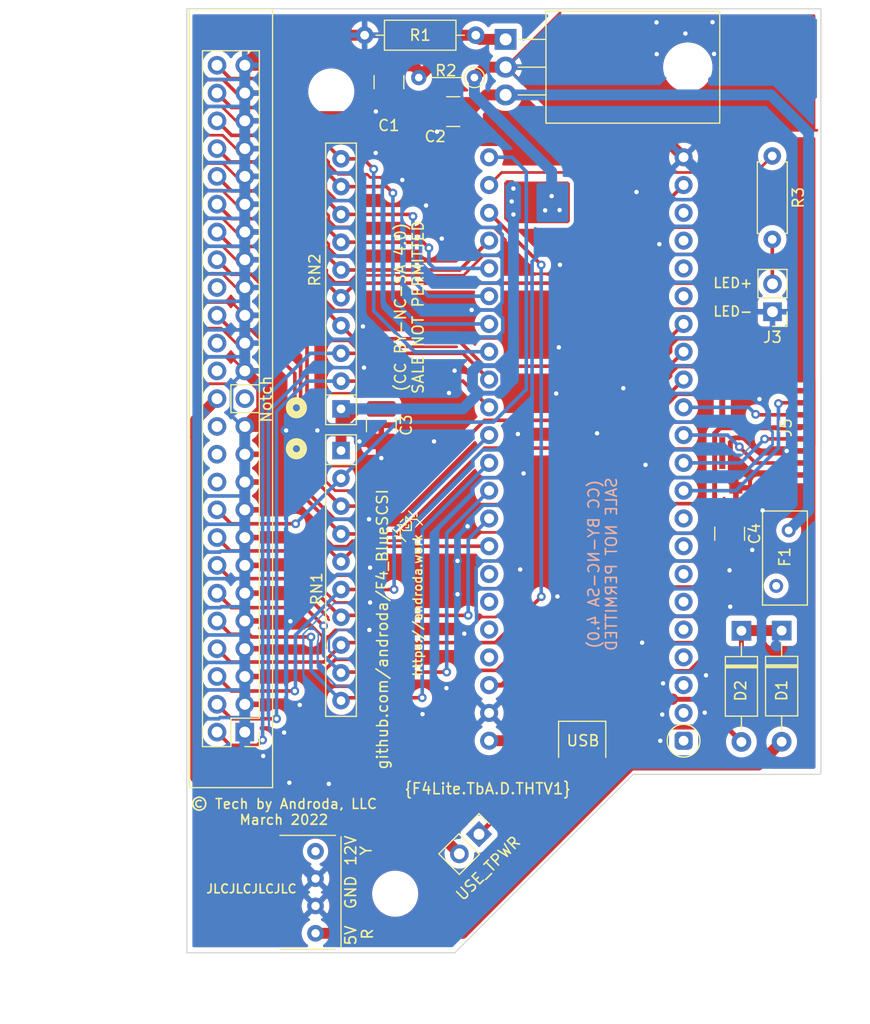
<source format=kicad_pcb>
(kicad_pcb (version 20211014) (generator pcbnew)
  (layers (0 "F.Cu" signal) (31 "B.Cu" signal) (34 "B.Paste" user) (35 "F.Paste" user) (36 "B.SilkS" user "B.Silkscreen") (37 "F.SilkS" user "F.Silkscreen") (38 "B.Mask" user) (39 "F.Mask" user) (44 "Edge.Cuts" user))
  (net 0 "")
  (net 1 "GND")
  (net 2 "+2V8")
  (net 3 "+5V")
  (net 4 "Net-(J4-Pad20)")
  (net 5 "Net-(J4-Pad22)")
  (net 6 "Net-(J4-Pad24)")
  (net 7 "Net-(J4-Pad25)")
  (net 8 "Net-(J4-Pad28)")
  (net 9 "Net-(J4-Pad30)")
  (net 10 "Net-(J4-Pad34)")
  (net 11 "Net-(J2-Pad4)")
  (net 12 "Net-(J5-Pad1)")
  (net 13 "Net-(J5-Pad8)")
  (net 14 "Net-(J5-Pad9)")
  (net 15 "Net-(D1-Pad2)")
  (net 16 "SD_CS")
  (net 17 "SD_CLK")
  (net 18 "SD_MISO")
  (net 19 "SD_MOSI")
  (net 20 "ATN")
  (net 21 "BSY")
  (net 22 "DBP")
  (net 23 "ACK")
  (net 24 "RST")
  (net 25 "MSG")
  (net 26 "SEL")
  (net 27 "CD")
  (net 28 "REQ")
  (net 29 "IO")
  (net 30 "DB7")
  (net 31 "DB6")
  (net 32 "DB5")
  (net 33 "DB4")
  (net 34 "DB3")
  (net 35 "DB2")
  (net 36 "DB1")
  (net 37 "DB0")
  (net 38 "+3V3")
  (net 39 "+5VP")
  (net 40 "+5F")
  (net 41 "Net-(J3-Pad2)")
  (net 42 "Net-(D2-Pad2)")
  (net 43 "Net-(C1-Pad1)")
  (net 44 "Net-(R3-Pad1)")
  (net 45 "Net-(U2-Pad41)")
  (net 46 "Net-(U2-Pad40)")
  (net 47 "Net-(U2-Pad39)")
  (net 48 "Net-(U2-Pad38)")
  (net 49 "Net-(U2-Pad20)")
  (net 50 "Net-(U2-Pad19)")
  (net 51 "Net-(U2-Pad18)")
  (net 52 "Net-(U2-Pad17)")
  (net 53 "Net-(U2-Pad9)")
  (net 54 "Net-(U2-Pad8)")
  (net 55 "Net-(U2-Pad7)")
  (net 56 "Net-(U2-Pad6)")
  (net 57 "Net-(U2-Pad5)")
  (net 58 "Net-(U2-Pad4)")
  (net 59 "Net-(U2-Pad3)")
  (net 60 "Net-(U2-Pad2)")
  (net 61 "Net-(U2-Pad1)")
  (footprint "CustomFootprints:SCSI_Internal_50Pin" (layer "F.Cu") (at 110.2 131.4 180)
    (fp_text reference "J4" hide)
    (fp_text value "SCSI_50Pin")
  )
  (footprint "CustomFootprints:BergFloppy_RightAngle" (layer "F.Cu") (at 121.793 146.05 -90)
    (fp_text reference "J2" hide)
    (fp_text value "BergFloppy")
  )
  (footprint "MountingHole:MountingHole_3.2mm_M3" (layer "F.Cu") (at 123.952 146.177)
    (fp_text reference "REF**" hide)
    (fp_text value "MountingHole_3.2mm_M3")
  )
  (footprint "MountingHole:MountingHole_3.2mm_M3" (layer "F.Cu") (at 118.11 72.8345)
    (fp_text reference "REF**" hide)
    (fp_text value "MountingHole_3.2mm_M3")
  )
  (footprint "Capacitor_SMD:C_1210_3225Metric_Pad1.42x2.65mm_HandSolder" (layer "F.Cu") (at 129.259 74.676 180)
    (fp_text reference "C2")
    (fp_text value "10uF")
  )
  (footprint "Capacitor_SMD:C_1210_3225Metric_Pad1.42x2.65mm_HandSolder" (layer "F.Cu") (at 122.682 103.3415 -90)
    (fp_text reference "C3")
    (fp_text value "10uF")
  )
  (footprint "CustomFootprints:microsd_molex_1051620001" (layer "F.Cu") (at 157.52572 103.85552 90)
    (fp_text reference "J5")
    (fp_text value "MicroSD-105162-0001")
  )
  (footprint "CustomFootprints:Fuse_BelFuse_0ZRE0005FF_L8.3mm_W3.8mm" (layer "F.Cu") (at 158.79064 118.03888 90)
    (fp_text reference "F1")
    (fp_text value "Polyfuse")
  )
  (footprint "CustomFootprints:SpaceshipBug" (layer "F.Cu") (at 124.66828 109.4105)
    (fp_text reference "REF**" hide)
    (fp_text value "SpaceshipBug" hide)
  )
  (footprint "Capacitor_SMD:C_1210_3225Metric_Pad1.42x2.65mm_HandSolder" (layer "F.Cu") (at 123.3805 71.982 -90)
    (fp_text reference "C1")
    (fp_text value "10uF")
  )
  (footprint "Resistor_THT:R_Axial_DIN0207_L6.3mm_D2.5mm_P10.16mm_Horizontal" (layer "F.Cu") (at 131.318 67.691 180)
    (fp_text reference "R1")
    (fp_text value "154")
  )
  (footprint "Resistor_THT:R_Axial_DIN0204_L3.6mm_D1.6mm_P5.08mm_Vertical" (layer "F.Cu") (at 131.191 71.5645 180)
    (fp_text reference "R2")
    (fp_text value "120")
  )
  (footprint "Resistor_THT:R_Array_SIP10" (layer "F.Cu") (at 118.999 105.664 -90)
    (fp_text reference "RN1")
    (fp_text value "R_Network09")
  )
  (footprint "Resistor_THT:R_Array_SIP10" (layer "F.Cu") (at 118.999 101.854 90)
    (fp_text reference "RN2")
    (fp_text value "R_Network09")
  )
  (footprint "Package_TO_SOT_THT:TO-220-3_Horizontal_TabDown" (layer "F.Cu") (at 134.0485 68.072 -90)
    (fp_text reference "U1" hide)
    (fp_text value "1117V")
  )
  (footprint "Connector_PinHeader_2.54mm:PinHeader_1x02_P2.54mm_Vertical" (layer "F.Cu") (at 131.61518 140.73632 -45)
    (fp_text reference "J1" hide)
    (fp_text value "Conn_01x02_Male")
  )
  (footprint "Diode_THT:D_A-405_P10.16mm_Horizontal" (layer "F.Cu") (at 159.29 122.12 -90)
    (fp_text reference "D1")
    (fp_text value "D")
  )
  (footprint "Diode_THT:D_A-405_P10.16mm_Horizontal" (layer "F.Cu") (at 155.61 122.14 -90)
    (fp_text reference "D2")
    (fp_text value "D")
  )
  (footprint "Capacitor_SMD:C_1210_3225Metric_Pad1.42x2.65mm_HandSolder" (layer "F.Cu") (at 154.5336 113.26274 -90)
    (fp_text reference "C4")
    (fp_text value "10uF")
  )
  (footprint "Connector_PinHeader_2.54mm:PinHeader_1x02_P2.54mm_Vertical" (layer "F.Cu") (at 158.45282 92.97162 180)
    (fp_text reference "J3")
    (fp_text value "Conn_01x02_Male")
  )
  (footprint "Resistor_THT:R_Axial_DIN0207_L6.3mm_D2.5mm_P7.62mm_Horizontal" (layer "F.Cu") (at 158.4325 78.73492 -90)
    (fp_text reference "R3")
    (fp_text value "R")
  )
  (footprint "CustomFootprints:F4Lite_BlueSCSI" (layer "F.Cu") (at 142.70228 134.72922 180)
    (fp_text reference "U2" hide)
    (fp_text value "F4Lite_BlueSCSI")
  )
  (gr_circle (center 114.91976 101.74986) (end 115.23726 101.74986) (layer "F.SilkS") (width 0.65) (fill none))
  (gr_circle (center 114.91976 105.49636) (end 115.23726 105.49636) (layer "F.SilkS") (width 0.65) (fill none))
  (gr_line (start 104.902 151.5745) (end 129.40284 151.5745) (layer "Edge.Cuts") (width 0.1))
  (gr_line (start 129.40284 151.5745) (end 145.71726 135.26008) (layer "Edge.Cuts") (width 0.1))
  (gr_line (start 162.8013 135.26008) (end 162.88258 135.1788) (layer "Edge.Cuts") (width 0.1))
  (gr_line (start 104.9 65.278) (end 162.88258 65.278) (layer "Edge.Cuts") (width 0.1))
  (gr_line (start 104.902 151.5745) (end 104.902 65.278) (layer "Edge.Cuts") (width 0.1))
  (gr_line (start 162.8013 135.26008) (end 145.71726 135.26008) (layer "Edge.Cuts") (width 0.1))
  (gr_line (start 162.88258 135.1788) (end 162.88258 65.278) (layer "Edge.Cuts") (width 0.1))
  (gr_text "(CC BY-NC-SA 4.0)\nSALE NOT PERMITTED" (at 142.92072 116.05514 90) (layer "B.SilkS") (effects (font (size 1 1)) (justify mirror)))
  (gr_text "LED-" (at 154.82824 92.94622) (layer "F.SilkS") (effects (font (size 0.9 0.9))))
  (gr_text "© Tech by Androda, LLC\nMarch 2022" (at 113.77 138.69) (layer "F.SilkS") (effects (font (size 0.9 0.9))))
  (gr_text "github.com/androda/F4_BlueSCSI" (at 122.78 122 90) (layer "F.SilkS") (effects (font (size 1 1))))
  (gr_text "USE_TPWR" (at 132.46 143.86 45) (layer "F.SilkS") (effects (font (size 1 1))))
  (gr_text "JLCJLCJLCJLC" (at 110.8075 145.7325) (layer "F.SilkS") (effects (font (size 0.8 0.8))))
  (gr_text "https://androda.work" (at 126.01448 119.80164 90) (layer "F.SilkS") (effects (font (size 0.8 0.8))))
  (gr_text "LED+" (at 154.82824 90.34272) (layer "F.SilkS") (effects (font (size 0.9 0.9))))
  (gr_text "{F4Lite.TbA.D.THTV1}" (at 132.4 136.58) (layer "F.SilkS") (effects (font (size 1 1))))
  (gr_text "(CC BY-NC-SA 4.0)\nSALE NOT PERMITTED" (at 125.24 92.56 90) (layer "F.SilkS") (effects (font (size 1 1))))
  (segment (start 159.74718 105.69552) (end 159.74718 105.69552) (width 0.33) (layer "F.Cu") (net 1))
  (segment (start 124.95596 104.829) (end 124.95596 104.829) (width 1) (layer "F.Cu") (net 1))
  (segment (start 122.682 106.35234) (end 122.682 106.35234) (width 1) (layer "F.Cu") (net 1))
  (segment (start 127.7715 76.51054) (end 127.7715 74.676) (width 1) (layer "F.Cu") (net 1))
  (segment (start 122.18416 74.66584) (end 121.715499 75.134501) (width 1) (layer "F.Cu") (net 1))
  (segment (start 156.6005 114.75024) (end 157.153 114.75024) (width 0.45) (layer "F.Cu") (net 1))
  (segment (start 120.68114 104.829) (end 120.68114 104.829) (width 1) (layer "F.Cu") (net 1))
  (segment (start 112.949 67.691) (end 110.2 70.44) (width 1) (layer "F.Cu") (net 1))
  (segment (start 148.85162 105.52176) (end 151.3586 105.52176) (width 0.33) (layer "F.Cu") (net 1))
  (segment (start 133.504321 108.179219) (end 131.219559 108.179219) (width 0.25) (layer "F.Cu") (net 1))
  (segment (start 146.53006 123.22556) (end 146.53006 120.37314) (width 0.33) (layer "F.Cu") (net 1))
  (segment (start 118.1989 98.07956) (end 117.35816 97.23882) (width 0.25) (layer "F.Cu") (net 1))
  (segment (start 117.55374 118.583742) (end 117.55374 118.2243) (width 0.25) (layer "F.Cu") (net 1))
  (segment (start 134.292959 87.859219) (end 135.9408 89.50706) (width 0.25) (layer "F.Cu") (net 1))
  (segment (start 111.59308 72.98) (end 117.873999 79.260919) (width 0.25) (layer "F.Cu") (net 1))
  (segment (start 158.29072 113.61252) (end 158.29072 109.07052) (width 0.45) (layer "F.Cu") (net 1))
  (segment (start 120.99036 116.36502) (end 120.25884 117.09654) (width 0.25) (layer "F.Cu") (net 1))
  (segment (start 109.024999 99.555001) (end 106.550759 99.555001) (width 0.25) (layer "F.Cu") (net 1))
  (segment (start 117.203439 100.439001) (end 120.081259 100.439001) (width 0.25) (layer "F.Cu") (net 1))
  (segment (start 130.5687 112.58804) (end 130.5687 111.08182) (width 0.25) (layer "F.Cu") (net 1))
  (segment (start 110.2 103.46) (end 113.54747 103.46) (width 1) (layer "F.Cu") (net 1))
  (segment (start 117.69344 89.513442) (end 118.458999 90.279001) (width 0.25) (layer "F.Cu") (net 1))
  (segment (start 110.2 83.14) (end 111.6642 83.14) (width 0.25) (layer "F.Cu") (net 1))
  (segment (start 118.276979 114.409001) (end 117.771738 113.90376) (width 0.25) (layer "F.Cu") (net 1))
  (segment (start 120.044242 113.90376) (end 119.539001 114.409001) (width 0.25) (layer "F.Cu") (net 1))
  (segment (start 138.9126 96.2279) (end 145.13052 96.2279) (width 0.33) (layer "F.Cu") (net 1))
  (segment (start 130.94208 94.85884) (end 131.45008 95.36684) (width 0.33) (layer "F.Cu") (net 1))
  (segment (start 161.09572 105.69552) (end 161.510722 105.69552) (width 0.45) (layer "F.Cu") (net 1))
  (segment (start 118.662418 87.94242) (end 119.92356 87.94242) (width 0.25) (layer "F.Cu") (net 1))
  (segment (start 130.94208 92.80906) (end 130.94208 94.85884) (width 0.33) (layer "F.Cu") (net 1))
  (segment (start 133.92912 107.75442) (end 133.504321 108.179219) (width 0.25) (layer "F.Cu") (net 1))
  (segment (start 148.1074 86.79688) (end 148.1074 86.12378) (width 0.33) (layer "F.Cu") (net 1))
  (segment (start 118.458999 109.329001) (end 117.60454 108.474542) (width 0.25) (layer "F.Cu") (net 1))
  (segment (start 118.748997 80.408999) (end 121.385697 80.408999) (width 0.25) (layer "F.Cu") (net 1))
  (segment (start 122.682 104.829) (end 122.682 106.35234) (width 1) (layer "F.Cu") (net 1))
  (segment (start 146.53006 117.17782) (end 147.948661 115.759219) (width 0.33) (layer "F.Cu") (net 1))
  (segment (start 121.664878 80.68818) (end 123.47448 80.68818) (width 0.25) (layer "F.Cu") (net 1))
  (segment (start 109.024999 92.124999) (end 106.808739 92.124999) (width 0.25) (layer "F.Cu") (net 1))
  (segment (start 111.69214 80.6) (end 117.873999 86.781859) (width 0.25) (layer "F.Cu") (net 1))
  (segment (start 115.876938 121.24) (end 117.324018 122.68708) (width 0.25) (layer "F.Cu") (net 1))
  (segment (start 121.37898 106.35234) (end 120.652321 107.078999) (width 0.25) (layer "F.Cu") (net 1))
  (segment (start 151.065219 97.979219) (end 151.09952 98.01352) (width 0.33) (layer "F.Cu") (net 1))
  (segment (start 155.10572 109.07052) (end 161.327722 109.07052) (width 0.33) (layer "F.Cu") (net 1))
  (segment (start 120.251662 96.17964) (end 129.56794 96.17964) (width 0.25) (layer "F.Cu") (net 1))
  (segment (start 108.171462 76.83246) (end 106.7943 76.83246) (width 0.25) (layer "F.Cu") (net 1))
  (segment (start 149.16912 108.13288) (end 151.17826 108.13288) (width 0.33) (layer "F.Cu") (net 1))
  (segment (start 150.32228 78.84922) (end 148.797279 77.324219) (width 1) (layer "F.Cu") (net 1))
  (segment (start 115.30499 108.840444) (end 115.30499 97.01191) (width 0.33) (layer "F.Cu") (net 1))
  (segment (start 162.14344 105.062802) (end 162.14344 99.69246) (width 0.45) (layer "F.Cu") (net 1))
  (segment (start 133.231879 125.759221) (end 131.542779 125.759221) (width 0.33) (layer "F.Cu") (net 1))
  (segment (start 130.63728 118.80088) (end 131.18592 118.25224) (width 0.25) (layer "F.Cu") (net 1))
  (segment (start 148.1074 90.00236) (end 148.464259 90.359219) (width 0.33) (layer "F.Cu") (net 1))
  (segment (start 161.510722 105.69552) (end 162.14344 105.062802) (width 0.45) (layer "F.Cu") (net 1))
  (segment (start 113.54747 103.46) (end 113.90997 103.8225) (width 1) (layer "F.Cu") (net 1))
  (segment (start 117.771738 113.90376) (end 117.05844 113.90376) (width 0.25) (layer "F.Cu") (net 1))
  (segment (start 158.45282 97.12842) (end 157.14572 98.43552) (width 0.33) (layer "F.Cu") (net 1))
  (segment (start 134.66064 116.5352) (end 133.79958 115.67414) (width 0.25) (layer "F.Cu") (net 1))
  (segment (start 120.356012 89.64401) (end 130.205488 89.64401) (width 0.25) (layer "F.Cu") (net 1))
  (segment (start 129.4362 86.2838) (end 130.17 85.55) (width 0.2) (layer "F.Cu") (net 1))
  (segment (start 108.034003 94.475001) (end 106.313941 94.475001) (width 0.25) (layer "F.Cu") (net 1))
  (segment (start 127.7715 76.91816) (end 127.7715 76.51054) (width 1) (layer "F.Cu") (net 1))
  (segment (start 146.8374 105.0036) (end 148.781781 103.059219) (width 0.33) (layer "F.Cu") (net 1))
  (segment (start 157.012942 105.69552) (end 155.818601 104.501179) (width 0.45) (layer "F.Cu") (net 1))
  (segment (start 108.189242 87.01024) (end 106.85526 87.01024) (width 0.25) (layer "F.Cu") (net 1))
  (segment (start 122.682 107.29214) (end 120.645139 109.329001) (width 0.25) (layer "F.Cu") (net 1))
  (segment (start 108.113042 84.39404) (end 106.65714 84.39404) (width 0.25) (layer "F.Cu") (net 1))
  (segment (start 117.35816 97.23882) (end 117.35816 96.14662) (width 0.25) (layer "F.Cu") (net 1))
  (segment (start 154.5336 114.75024) (end 156.6005 114.75024) (width 0.45) (layer "F.Cu") (net 1))
  (segment (start 121.55678 111.94034) (end 118.404886 111.94034) (width 0.33) (layer "F.Cu") (net 1))
  (segment (start 149.04212 87.7316) (end 151.2189 87.7316) (width 0.33) (layer "F.Cu") (net 1))
  (segment (start 130.26898 122.4026) (end 131.792361 120.879219) (width 0.25) (layer "F.Cu") (net 1))
  (segment (start 146.8374 106.96702) (end 146.8374 103.432898) (width 0.33) (layer "F.Cu") (net 1))
  (segment (start 148.581121 113.219219) (end 151.794221 113.219219) (width 0.33) (layer "F.Cu") (net 1))
  (segment (start 119.721021 90.279001) (end 120.356012 89.64401) (width 0.25) (layer "F.Cu") (net 1))
  (segment (start 108.115582 81.85658) (end 106.94416 81.85658) (width 0.25) (layer "F.Cu") (net 1))
  (segment (start 131.792361 120.879219) (end 133.166501 120.879219) (width 0.25) (layer "F.Cu") (net 1))
  (segment (start 149.751079 100.519219) (end 151.316679 100.519219) (width 0.33) (layer "F.Cu") (net 1))
  (segment (start 117.87124 95.63354) (end 119.705562 95.63354) (width 0.25) (layer "F.Cu") (net 1))
  (segment (start 149.132279 98.598019) (end 149.751079 97.979219) (width 0.33) (layer "F.Cu") (net 1))
  (segment (start 110.2 83.14) (end 109.399002 83.14) (width 0.25) (layer "F.Cu") (net 1))
  (segment (start 130.5687 112.58804) (end 126.43104 112.58804) (width 0.25) (layer "F.Cu") (net 1))
  (segment (start 110.2 78.06) (end 109.399002 78.06) (width 0.25) (layer "F.Cu") (net 1))
  (segment (start 147.40636 106.96702) (end 148.85162 105.52176) (width 0.33) (layer "F.Cu") (net 1))
  (segment (start 138.071125 89.50706) (end 139.22248 88.355705) (width 0.25) (layer "F.Cu") (net 1))
  (segment (start 131.392279 99.721221) (end 132.120438 100.44938) (width 0.25) (layer "F.Cu") (net 1))
  (segment (start 118.619238 82.81924) (end 119.75338 82.81924) (width 0.25) (layer "F.Cu") (net 1))
  (segment (start 162.14344 99.25304) (end 161.85134 98.96094) (width 0.45) (layer "F.Cu") (net 1))
  (segment (start 122.682 104.829) (end 124.95596 104.829) (width 1) (layer "F.Cu") (net 1))
  (segment (start 148.85162 120.904) (end 148.9329 120.82272) (width 0.33) (layer "F.Cu") (net 1))
  (segment (start 134.05 86.38664) (end 134.05 86.56) (width 0.2) (layer "F.Cu") (net 1))
  (segment (start 146.8374 106.96702) (end 146.8374 105.0036) (width 0.33) (layer "F.Cu") (net 1))
  (segment (start 118.471918 85.21192) (end 119.97182 85.21192) (width 0.25) (layer "F.Cu") (net 1))
  (segment (start 122.682 104.829) (end 120.68114 104.829) (width 1) (layer "F.Cu") (net 1))
  (segment (start 154.597599 104.930179) (end 154.597599 108.562399) (width 0.45) (layer "F.Cu") (net 1))
  (segment (start 117.873999 87.154001) (end 118.662418 87.94242) (width 0.25) (layer "F.Cu") (net 1))
  (segment (start 111.668308 70.44) (end 110.2 70.44) (width 1) (layer "F.Cu") (net 1))
  (segment (start 154.597599 108.562399) (end 155.10572 109.07052) (width 0.45) (layer "F.Cu") (net 1))
  (segment (start 161.92572 105.69552) (end 161.09572 105.69552) (width 0.33) (layer "F.Cu") (net 1))
  (segment (start 109.450454 72.98) (end 108.220374 71.74992) (width 0.33) (layer "F.Cu") (net 1))
  (segment (start 117.60454 108.474542) (end 117.60454 108.09986) (width 0.25) (layer "F.Cu") (net 1))
  (segment (start 131.990279 87.859219) (end 134.292959 87.859219) (width 0.25) (layer "F.Cu") (net 1))
  (segment (start 119.539001 114.409001) (end 118.276979 114.409001) (width 0.25) (layer "F.Cu") (net 1))
  (segment (start 122.682 106.35234) (end 122.682 107.29214) (width 0.25) (layer "F.Cu") (net 1))
  (segment (start 130.5687 111.08182) (end 131.08686 110.56366) (width 0.25) (layer "F.Cu") (net 1))
  (segment (start 116.362809 75.134501) (end 111.668308 70.44) (width 1) (layer "F.Cu") (net 1))
  (segment (start 161.09572 105.69552) (end 162.04572 105.69552) (width 0.45) (layer "F.Cu") (net 1))
  (segment (start 121.00052 93.73108) (end 120.128441 92.859001) (width 0.33) (layer "F.Cu") (net 1))
  (segment (start 108.224001 79.424999) (end 106.680801 79.424999) (width 0.25) (layer "F.Cu") (net 1))
  (segment (start 121.5898 122.0597) (end 118.47576 122.0597) (width 0.25) (layer "F.Cu") (net 1))
  (segment (start 162.04572 105.69552) (end 162.065971 105.715771) (width 0.45) (layer "F.Cu") (net 1))
  (segment (start 109.399002 85.68) (end 108.113042 84.39404) (width 0.25) (layer "F.Cu") (net 1))
  (segment (start 109.399002 90.76) (end 108.194322 89.55532) (width 0.25) (layer "F.Cu") (net 1))
  (segment (start 146.53006 123.22556) (end 148.85162 120.904) (width 0.33) (layer "F.Cu") (net 1))
  (segment (start 123.3805 73.4695) (end 126.565 73.4695) (width 1) (layer "F.Cu") (net 1))
  (segment (start 130.205488 89.64401) (end 131.990279 87.859219) (width 0.25) (layer "F.Cu") (net 1))
  (segment (start 157.13572 98.42552) (end 157.14572 98.43552) (width 0.33) (layer "F.Cu") (net 1))
  (segment (start 131.12496 113.1443) (end 133.5532 113.1443) (width 0.25) (layer "F.Cu") (net 1))
  (segment (start 117.873999 84.165659) (end 117.873999 84.614001) (width 0.25) (layer "F.Cu") (net 1))
  (segment (start 162.14344 99.69246) (end 162.14344 99.25304) (width 0.45) (layer "F.Cu") (net 1))
  (segment (start 110.2 98.38) (end 108.95976 97.13976) (width 0.25) (layer "F.Cu") (net 1))
  (segment (start 109.399002 80.6) (end 108.224001 79.424999) (width 0.25) (layer "F.Cu") (net 1))
  (segment (start 148.1074 86.79688) (end 149.04212 87.7316) (width 0.33) (layer "F.Cu") (net 1))
  (segment (start 132.120438 100.44938) (end 138.67384 100.44938) (width 0.25) (layer "F.Cu") (net 1))
  (segment (start 146.53006 123.22556) (end 151.24684 123.22556) (width 0.33) (layer "F.Cu") (net 1))
  (segment (start 111.750001 101.909999) (end 111.750001 99.930001) (width 1) (layer "F.Cu") (net 1))
  (segment (start 135.9408 89.50706) (end 138.071125 89.50706) (width 0.25) (layer "F.Cu") (net 1))
  (segment (start 109.399002 95.84) (end 108.034003 94.475001) (width 0.25) (layer "F.Cu") (net 1))
  (segment (start 143.9037 104.08412) (end 149.132279 98.855541) (width 0.33) (layer "F.Cu") (net 1))
  (segment (start 121.158 67.691) (end 112.949 67.691) (width 1) (layer "F.Cu") (net 1))
  (segment (start 109.399002 75.52) (end 108.115582 74.23658) (width 0.25) (layer "F.Cu") (net 1))
  (segment (start 117.873999 86.781859) (end 117.873999 87.154001) (width 0.25) (layer "F.Cu") (net 1))
  (segment (start 148.797279 77.324219) (end 128.177559 77.324219) (width 1) (layer "F.Cu") (net 1))
  (segment (start 121.65838 116.36502) (end 120.99036 116.36502) (width 0.25) (layer "F.Cu") (net 1))
  (segment (start 110.2 98.38) (end 109.024999 99.555001) (width 0.25) (layer "F.Cu") (net 1))
  (segment (start 130.17 85.55) (end 130.4 85.32) (width 0.2) (layer "F.Cu") (net 1))
  (segment (start 149.751079 95.439219) (end 151.255719 95.439219) (width 0.33) (layer "F.Cu") (net 1))
  (segment (start 130.5687 112.58804) (end 131.12496 113.1443) (width 0.25) (layer "F.Cu") (net 1))
  (segment (start 128.21158 86.2838) (end 129.4362 86.2838) (width 0.2) (layer "F.Cu") (net 1))
  (segment (start 148.9329 120.82272) (end 151.41956 120.82272) (width 0.33) (layer "F.Cu") (net 1))
  (segment (start 115.30499 97.01191) (end 113.43132 95.13824) (width 0.33) (layer "F.Cu") (net 1))
  (segment (start 131.392279 99.263819) (end 131.392279 99.721221) (width 0.25) (layer "F.Cu") (net 1))
  (segment (start 148.1074 86.79688) (end 148.1074 90.00236) (width 0.33) (layer "F.Cu") (net 1))
  (segment (start 111.76834 78.06) (end 117.873999 84.165659) (width 0.25) (layer "F.Cu") (net 1))
  (segment (start 148.992579 110.519221) (end 151.578321 110.519221) (width 0.33) (layer "F.Cu") (net 1))
  (segment (start 118.439799 92.859001) (end 117.43436 91.853562) (width 0.33) (layer "F.Cu") (net 1))
  (segment (start 146.53006 120.37314) (end 148.763979 118.139221) (width 0.33) (layer "F.Cu") (net 1))
  (segment (start 118.404886 111.94034) (end 115.30499 108.840444) (width 0.33) (layer "F.Cu") (net 1))
  (segment (start 123.3805 73.4695) (end 122.18416 74.66584) (width 1) (layer "F.Cu") (net 1))
  (segment (start 129.37998 98.35896) (end 130.48742 98.35896) (width 0.25) (layer "F.Cu") (net 1))
  (segment (start 133.72592 115.7478) (end 133.79958 115.67414) (width 0.25) (layer "F.Cu") (net 1))
  (segment (start 132.75 85.32) (end 132.98336 85.32) (width 0.2) (layer "F.Cu") (net 1))
  (segment (start 108.194322 89.55532) (end 106.87304 89.55532) (width 0.25) (layer "F.Cu") (net 1))
  (segment (start 117.873999 79.534001) (end 118.748997 80.408999) (width 0.25) (layer "F.Cu") (net 1))
  (segment (start 117.873999 84.614001) (end 118.471918 85.21192) (width 0.25) (layer "F.Cu") (net 1))
  (segment (start 146.53006 121.11482) (end 146.53006 115.27028) (width 0.33) (layer "F.Cu") (net 1))
  (segment (start 161.327722 109.07052) (end 162.065971 108.332271) (width 0.33) (layer "F.Cu") (net 1))
  (segment (start 106.808739 92.124999) (end 106.70794 92.0242) (width 0.25) (layer "F.Cu") (net 1))
  (segment (start 117.43436 91.853562) (end 117.43436 91.43238) (width 0.33) (layer "F.Cu") (net 1))
  (segment (start 146.8374 106.96702) (end 147.40636 106.96702) (width 0.33) (layer "F.Cu") (net 1))
  (segment (start 129.65176 118.80088) (end 130.63728 118.80088) (width 0.25) (layer "F.Cu") (net 1))
  (segment (start 121.09704 98.07956) (end 118.2878 98.07956) (width 0.25) (layer "F.Cu") (net 1))
  (segment (start 131.08686 110.56366) (end 134.14756 110.56366) (width 0.25) (layer "F.Cu") (net 1))
  (segment (start 117.69344 89.16924) (end 117.69344 89.513442) (width 0.25) (layer "F.Cu") (net 1))
  (segment (start 147.948661 115.759219) (end 151.321781 115.759219) (width 0.33) (layer "F.Cu") (net 1))
  (segment (start 118.48592 124.75464) (end 119.70004 124.75464) (width 0.33) (layer "F.Cu") (net 1))
  (segment (start 161.09572 105.69552) (end 159.74718 105.69552) (width 0.33) (layer "F.Cu") (net 1))
  (segment (start 144.81302 99.96678) (end 145.79092 99.96678) (width 0.33) (layer "F.Cu") (net 1))
  (segment (start 110.2 121.24) (end 115.876938 121.24) (width 0.25) (layer "F.Cu") (net 1))
  (segment (start 110.2 90.76) (end 109.399002 90.76) (width 0.25) (layer "F.Cu") (net 1))
  (segment (start 109.399002 83.14) (end 108.115582 81.85658) (width 0.25) (layer "F.Cu") (net 1))
  (segment (start 133.166501 120.879219) (end 133.34238 120.70334) (width 0.25) (layer "F.Cu") (net 1))
  (segment (start 149.132279 98.855541) (end 149.132279 98.598019) (width 0.33) (layer "F.Cu") (net 1))
  (segment (start 110.2 93.3) (end 109.024999 92.124999) (width 0.25) (layer "F.Cu") (net 1))
  (segment (start 108.95976 97.13976) (end 106.22788 97.13976) (width 0.25) (layer "F.Cu") (net 1))
  (segment (start 120.128441 92.859001) (end 118.439799 92.859001) (width 0.33) (layer "F.Cu") (net 1))
  (segment (start 148.98878 85.2424) (end 151.64054 85.2424) (width 0.33) (layer "F.Cu") (net 1))
  (segment (start 130.48742 98.35896) (end 131.392279 99.263819) (width 0.25) (layer "F.Cu") (net 1))
  (segment (start 117.82044 121.074498) (end 117.898999 121.153057) (width 0.2) (layer "F.Cu") (net 1))
  (segment (start 118.2878 98.07956) (end 118.1989 98.07956) (width 0.25) (layer "F.Cu") (net 1))
  (segment (start 110.2 78.06) (end 111.76834 78.06) (width 0.25) (layer "F.Cu") (net 1))
  (segment (start 117.82044 120.904) (end 117.82044 121.074498) (width 0.2) (layer "F.Cu") (net 1))
  (segment (start 110.2 95.84) (end 109.399002 95.84) (width 0.25) (layer "F.Cu") (net 1))
  (segment (start 117.60708 81.807082) (end 118.619238 82.81924) (width 0.25) (layer "F.Cu") (net 1))
  (segment (start 108.220374 71.74992) (end 106.76636 71.74992) (width 0.33) (layer "F.Cu") (net 1))
  (segment (start 117.7036 127.20828) (end 119.97944 127.20828) (width 0.33) (layer "F.Cu") (net 1))
  (segment (start 116.83492 100.80752) (end 117.203439 100.439001) (width 0.25) (layer "F.Cu") (net 1))
  (segment (start 162.04572 105.160522) (end 162.14344 105.062802) (width 0.45) (layer "F.Cu") (net 1))
  (segment (start 148.464259 90.359219) (end 151.443701 90.359219) (width 0.33) (layer "F.Cu") (net 1))
  (segment (start 110.2 126.32) (end 116.92056 126.32) (width 0.33) (layer "F.Cu") (net 1))
  (segment (start 142.41272 104.08412) (end 143.9037 104.08412) (width 0.33) (layer "F.Cu") (net 1))
  (segment (start 110.2 118.7) (end 115.61644 118.7) (width 0.2) (layer "F.Cu") (net 1))
  (segment (start 146.53006 123.22556) (end 146.53006 112.98174) (width 0.33) (layer "F.Cu") (net 1))
  (segment (start 121.715499 75.134501) (end 116.362809 75.134501) (width 1) (layer "F.Cu") (net 1))
  (segment (start 155.026599 104.501179) (end 154.597599 104.930179) (width 0.45) (layer "F.Cu") (net 1))
  (segment (start 108.115582 74.23658) (end 106.61904 74.23658) (width 0.25) (layer "F.Cu") (net 1))
  (segment (start 122.682 106.35234) (end 121.37898 106.35234) (width 0.25) (layer "F.Cu") (net 1))
  (segment (start 146.8374 103.432898) (end 149.751079 100.519219) (width 0.33) (layer "F.Cu") (net 1))
  (segment (start 118.47576 122.0597) (end 117.76456 122.7709) (width 0.25) (layer "F.Cu") (net 1))
  (segment (start 146.53006 123.22556) (end 146.53006 121.11482) (width 0.33) (layer "F.Cu") (net 1))
  (segment (start 131.18592 118.25224) (end 133.9723 118.25224) (width 0.25) (layer "F.Cu") (net 1))
  (segment (start 162.065971 105.715771) (end 162.065971 108.332271) (width 0.45) (layer "F.Cu") (net 1))
  (segment (start 110.2 80.6) (end 111.69214 80.6) (width 0.25) (layer "F.Cu") (net 1))
  (segment (start 159.74718 105.69552) (end 157.012942 105.69552) (width 0.45) (layer "F.Cu") (net 1))
  (segment (start 121.385697 80.408999) (end 121.664878 80.68818) (width 0.25) (layer "F.Cu") (net 1))
  (segment (start 135.37946 116.5352) (end 134.66064 116.5352) (width 0.25) (layer "F.Cu") (net 1))
  (segment (start 110.2 80.6) (end 109.399002 80.6) (width 0.25) (layer "F.Cu") (net 1))
  (segment (start 110.2 72.98) (end 109.450454 72.98) (width 0.33) (layer "F.Cu") (net 1))
  (segment (start 157.153 114.75024) (end 158.29072 113.61252) (width 0.45) (layer "F.Cu") (net 1))
  (segment (start 120.25884 117.09654) (end 118.06936 117.09654) (width 0.25) (layer "F.Cu") (net 1))
  (segment (start 149.132279 96.058019) (end 149.751079 95.439219) (width 0.33) (layer "F.Cu") (net 1))
  (segment (start 117.873999 79.260919) (end 117.873999 79.534001) (width 0.25) (layer "F.Cu") (net 1))
  (segment (start 110.2 85.68) (end 109.399002 85.68) (width 0.25) (layer "F.Cu") (net 1))
  (segment (start 158.45282 92.97162) (end 158.45282 97.12842) (width 0.33) (layer "F.Cu") (net 1))
  (segment (start 110.2 88.22) (end 109.399002 88.22) (width 0.25) (layer "F.Cu") (net 1))
  (segment (start 130.4 85.32) (end 132.75 85.32) (width 0.2) (layer "F.Cu") (net 1))
  (segment (start 109.399002 78.06) (end 108.171462 76.83246) (width 0.25) (layer "F.Cu") (net 1))
  (segment (start 116.83492 103.8225) (end 116.83492 100.80752) (width 0.25) (layer "F.Cu") (net 1))
  (segment (start 148.781781 103.059219) (end 151.527499 103.059219) (width 0.33) (layer "F.Cu") (net 1))
  (segment (start 148.1074 86.12378) (end 148.98878 85.2424) (width 0.33) (layer "F.Cu") (net 1))
  (segment (start 145.79092 99.96678) (end 149.132279 96.625421) (width 0.33) (layer "F.Cu") (net 1))
  (segment (start 110.2 72.98) (end 111.59308 72.98) (width 0.25) (layer "F.Cu") (net 1))
  (segment (start 125.11532 113.90376) (end 120.044242 113.90376) (width 0.25) (layer "F.Cu") (net 1))
  (segment (start 149.132279 96.625421) (end 149.132279 96.058019) (width 0.33) (layer "F.Cu") (net 1))
  (segment (start 146.53006 121.11482) (end 146.53006 117.17782) (width 0.33) (layer "F.Cu") (net 1))
  (segment (start 129.65176 115.7478) (end 133.72592 115.7478) (width 0.25) (layer "F.Cu") (net 1))
  (segment (start 146.53006 123.22556) (end 135.76554 123.22556) (width 0.33) (layer "F.Cu") (net 1))
  (segment (start 110.2 75.52) (end 109.399002 75.52) (width 0.25) (layer "F.Cu") (net 1))
  (segment (start 149.751079 97.979219) (end 151.065219 97.979219) (width 0.33) (layer "F.Cu") (net 1))
  (segment (start 135.68934 107.75442) (end 133.92912 107.75442) (width 0.25) (layer "F.Cu") (net 1))
  (segment (start 116.92056 126.32) (end 118.48592 124.75464) (width 0.33) (layer "F.Cu") (net 1))
  (segment (start 139.22248 88.355705) (end 139.22248 87.79002) (width 0.25) (layer "F.Cu") (net 1))
  (segment (start 110.2 126.32) (end 116.81532 126.32) (width 0.33) (layer "F.Cu") (net 1))
  (segment (start 111.76834 75.52) (end 117.60708 81.35874) (width 0.25) (layer "F.Cu") (net 1))
  (segment (start 119.705562 95.63354) (end 120.251662 96.17964) (width 0.25) (layer "F.Cu") (net 1))
  (segment (start 155.818601 104.501179) (end 155.026599 104.501179) (width 0.45) (layer "F.Cu") (net 1))
  (segment (start 146.53006 115.27028) (end 148.581121 113.219219) (width 0.33) (layer "F.Cu") (net 1))
  (segment (start 135.76554 123.22556) (end 133.231879 125.759221) (width 0.33) (layer "F.Cu") (net 1))
  (segment (start 148.763979 118.139221) (end 151.311599 118.139221) (width 0.33) (layer "F.Cu") (net 1))
  (segment (start 145.13052 96.2279) (end 148.619199 92.739221) (width 0.33) (layer "F.Cu") (net 1))
  (segment (start 115.61644 118.7) (end 117.82044 120.904) (width 0.2) (layer "F.Cu") (net 1))
  (segment (start 120.645139 109.329001) (end 118.458999 109.329001) (width 0.25) (layer "F.Cu") (net 1))
  (segment (start 116.81532 126.32) (end 117.7036 127.20828) (width 0.33) (layer "F.Cu") (net 1))
  (segment (start 132.98336 85.32) (end 134.05 86.38664) (width 0.2) (layer "F.Cu") (net 1))
  (segment (start 118.525258 119.55526) (end 117.55374 118.583742) (width 0.25) (layer "F.Cu") (net 1))
  (segment (start 126.43104 112.58804) (end 125.11532 113.90376) (width 0.25) (layer "F.Cu") (net 1))
  (segment (start 146.53006 112.98174) (end 148.992579 110.519221) (width 0.33) (layer "F.Cu") (net 1))
  (segment (start 154.53572 98.42552) (end 157.13572 98.42552) (width 0.33) (layer "F.Cu") (net 1))
  (segment (start 110.2 103.46) (end 111.750001 101.909999) (width 1) (layer "F.Cu") (net 1))
  (segment (start 111.6642 83.14) (end 117.69344 89.16924) (width 0.25) (layer "F.Cu") (net 1))
  (segment (start 126.565 73.4695) (end 127.7715 74.676) (width 1) (layer "F.Cu") (net 1))
  (segment (start 131.45008 95.36684) (end 133.70052 95.36684) (width 0.33) (layer "F.Cu") (net 1))
  (segment (start 111.750001 99.930001) (end 110.2 98.38) (width 1) (layer "F.Cu") (net 1))
  (segment (start 117.60708 81.35874) (end 117.60708 81.807082) (width 0.25) (layer "F.Cu") (net 1))
  (segment (start 118.2878 98.07956) (end 118.12016 98.07956) (width 0.25) (layer "F.Cu") (net 1))
  (segment (start 148.619199 92.739221) (end 151.593539 92.739221) (width 0.33) (layer "F.Cu") (net 1))
  (segment (start 109.399002 88.22) (end 108.189242 87.01024) (width 0.25) (layer "F.Cu") (net 1))
  (segment (start 120.652321 107.078999) (end 117.690681 107.078999) (width 0.25) (layer "F.Cu") (net 1))
  (segment (start 121.00052 94.31528) (end 121.00052 93.73108) (width 0.33) (layer "F.Cu") (net 1))
  (segment (start 121.65838 119.55526) (end 118.525258 119.55526) (width 0.25) (layer "F.Cu") (net 1))
  (segment (start 128.177559 77.324219) (end 127.7715 76.91816) (width 1) (layer "F.Cu") (net 1))
  (segment (start 148.00326 106.96702) (end 149.16912 108.13288) (width 0.33) (layer "F.Cu") (net 1))
  (segment (start 117.35816 96.14662) (end 117.87124 95.63354) (width 0.25) (layer "F.Cu") (net 1))
  (segment (start 146.8374 106.96702) (end 148.00326 106.96702) (width 0.33) (layer "F.Cu") (net 1))
  (segment (start 162.04572 105.69552) (end 162.04572 105.160522) (width 0.45) (layer "F.Cu") (net 1))
  (segment (start 118.458999 90.279001) (end 119.721021 90.279001) (width 0.25) (layer "F.Cu") (net 1))
  (segment (start 130.94208 92.80906) (end 133.86816 92.80906) (width 0.33) (layer "F.Cu") (net 1))
  (segment (start 110.2 75.52) (end 111.76834 75.52) (width 0.25) (layer "F.Cu") (net 1))
  (via (at 117.88648 136.13384) (size 0.8) (drill 0.4) (layers "F.Cu" "B.Cu") (net 1))
  (via (at 142.41272 104.08412) (size 0.8) (drill 0.4) (layers "F.Cu" "B.Cu") (net 1))
  (via (at 135.17372 104.1527) (size 0.8) (drill 0.4) (layers "F.Cu" "B.Cu") (net 1))
  (via (at 144.81302 99.96678) (size 0.8) (drill 0.4) (layers "F.Cu" "B.Cu") (net 1))
  (via (at 128.87198 100.39858) (size 0.8) (drill 0.4) (layers "F.Cu" "B.Cu") (net 1))
  (via (at 129.65176 118.80088) (size 0.8) (drill 0.4) (layers "F.Cu" "B.Cu") (net 1))
  (via (at 127.50292 104.82834) (size 0.8) (drill 0.4) (layers "F.Cu" "B.Cu") (net 1))
  (via (at 135.37946 116.5352) (size 0.8) (drill 0.4) (layers "F.Cu" "B.Cu") (net 1))
  (via (at 122.18416 74.66584) (size 0.8) (drill 0.4) (layers "F.Cu" "B.Cu") (net 1))
  (via (at 152.25776 129.62128) (size 0.8) (drill 0.4) (layers "F.Cu" "B.Cu") (net 1))
  (via (at 148.1074 86.79688) (size 0.8) (drill 0.4) (layers "F.Cu" "B.Cu") (net 1))
  (via (at 154.52344 116.61394) (size 0.8) (drill 0.4) (layers "F.Cu" "B.Cu") (net 1))
  (via (at 113.79708 131.43992) (size 0.8) (drill 0.4) (layers "F.Cu" "B.Cu") (net 1))
  (via (at 152.37206 126.21006) (size 0.8) (drill 0.4) (layers "F.Cu" "B.Cu") (net 1))
  (via (at 159.74718 105.69552) (size 0.8) (drill 0.4) (layers "F.Cu" "B.Cu") (net 1))
  (via (at 154.58694 119.93626) (size 0.8) (drill 0.4) (layers "F.Cu" "B.Cu") (net 1))
  (via (at 157.26 100.96) (size 0.8) (drill 0.4) (layers "F.Cu" "B.Cu") (net 1))
  (via (at 148.18868 132.1943) (size 0.8) (drill 0.4) (layers "F.Cu" "B.Cu") (net 1))
  (via (at 128.21158 86.2838) (size 0.8) (drill 0.4) (layers "F.Cu" "B.Cu") (net 1))
  (via (at 128.63576 127.38354) (size 0.8) (drill 0.4) (layers "F.Cu" "B.Cu") (net 1))
  (via (at 130.26898 122.4026) (size 0.8) (drill 0.4) (layers "F.Cu" "B.Cu") (net 1))
  (via (at 129.37998 98.35896) (size 0.8) (drill 0.4) (layers "F.Cu" "B.Cu") (net 1))
  (via (at 138.67384 100.44938) (size 0.8) (drill 0.4) (layers "F.Cu" "B.Cu") (net 1))
  (via (at 146.01444 82.02676) (size 0.8) (drill 0.4) (layers "F.Cu" "B.Cu") (net 1))
  (via (at 130.94208 92.80906) (size 0.8) (drill 0.4) (layers "F.Cu" "B.Cu") (net 1))
  (via (at 138.7856 119.00154) (size 0.8) (drill 0.4) (layers "F.Cu" "B.Cu") (net 1))
  (via (at 115.2271 128.9177) (size 0.8) (drill 0.4) (layers "F.Cu" "B.Cu") (net 1))
  (via (at 122.682 106.35234) (size 0.8) (drill 0.4) (layers "F.Cu" "B.Cu") (net 1))
  (via (at 121.5898 122.0597) (size 0.8) (drill 0.4) (layers "F.Cu" "B.Cu") (net 1))
  (via (at 122.16892 78.45552) (size 0.8) (drill 0.4) (layers "F.Cu" "B.Cu") (net 1))
  (via (at 113.98137 103.8225) (size 0.8) (drill 0.4) (layers "F.Cu" "B.Cu") (net 1))
  (via (at 126.77394 83.25612) (size 0.8) (drill 0.4) (layers "F.Cu" "B.Cu") (net 1))
  (via (at 157.54858 111.1377) (size 0.8) (drill 0.4) (layers "F.Cu" "B.Cu") (net 1))
  (via (at 156.6005 114.75024) (size 0.8) (drill 0.4) (layers "F.Cu" "B.Cu") (net 1))
  (via (at 126.45136 129.75844) (size 0.8) (drill 0.4) (layers "F.Cu" "B.Cu") (net 1))
  (via (at 148.37156 129.79654) (size 0.8) (drill 0.4) (layers "F.Cu" "B.Cu") (net 1))
  (via (at 121.55678 111.94034) (size 0.8) (drill 0.4) (layers "F.Cu" "B.Cu") (net 1))
  (via (at 146.53006 123.22556) (size 0.8) (drill 0.4) (layers "F.Cu" "B.Cu") (net 1))
  (via (at 124.60224 80.9244) (size 0.8) (drill 0.4) (layers "F.Cu" "B.Cu") (net 1))
  (via (at 116.83492 103.8225) (size 0.8) (drill 0.4) (layers "F.Cu" "B.Cu") (net 1))
  (via (at 127.7715 76.51054) (size 0.8) (drill 0.4) (layers "F.Cu" "B.Cu") (net 1))
  (via (at 121.00052 94.31528) (size 0.8) (drill 0.4) (layers "F.Cu" "B.Cu") (net 1))
  (via (at 121.09704 98.07956) (size 0.8) (drill 0.4) (layers "F.Cu" "B.Cu") (net 1))
  (via (at 146.8374 106.96702) (size 0.8) (drill 0.4) (layers "F.Cu" "B.Cu") (net 1))
  (via (at 121.65838 119.55526) (size 0.8) (drill 0.4) (layers "F.Cu" "B.Cu") (net 1))
  (via (at 114.367539 121.271259) (size 0.8) (drill 0.4) (layers "F.Cu" "B.Cu") (net 1))
  (via (at 130.5687 112.58804) (size 0.8) (drill 0.4) (layers "F.Cu" "B.Cu") (net 1))
  (via (at 138.9126 96.2279) (size 0.8) (drill 0.4) (layers "F.Cu" "B.Cu") (net 1))
  (via (at 120.68114 104.829) (size 0.8) (drill 0.4) (layers "F.Cu" "B.Cu") (net 1))
  (via (at 129.65176 115.7478) (size 0.8) (drill 0.4) (layers "F.Cu" "B.Cu") (net 1))
  (via (at 139.01928 88.68156) (size 0.8) (drill 0.4) (layers "F.Cu" "B.Cu") (net 1))
  (via (at 148.44776 126.94666) (size 0.8) (drill 0.4) (layers "F.Cu" "B.Cu") (net 1))
  (via (at 121.65838 116.36502) (size 0.8) (drill 0.4) (layers "F.Cu" "B.Cu") (net 1))
  (via (at 114.27206 136.03224) (size 0.8) (drill 0.4) (layers "F.Cu" "B.Cu") (net 1))
  (via (at 135.68934 107.75442) (size 0.8) (drill 0.4) (layers "F.Cu" "B.Cu") (net 1))
  (via (at 111.88446 133.58368) (size 0.8) (drill 0.4) (layers "F.Cu" "B.Cu") (net 1))
  (segment (start 116.83492 103.8225) (end 116.83492 103.8225) (width 1) (layer "B.Cu") (net 1))
  (segment (start 113.98137 103.8225) (end 113.98137 103.8225) (width 1) (layer "B.Cu") (net 1))
  (segment (start 114.367539 121.271259) (end 114.004738 121.63406) (width 0.33) (layer "B.Cu") (net 1))
  (segment (start 116.83492 103.8225) (end 113.98137 103.8225) (width 1) (layer "B.Cu") (net 1))
  (segment (start 110.2 84.43766) (end 110.2 81.90948) (width 1) (layer "B.Cu") (net 1))
  (segment (start 120.29948 90.45194) (end 117.78996 90.45194) (width 0.33) (layer "B.Cu") (net 1))
  (segment (start 131.04876 106.521538) (end 131.04876 107.10672) (width 0.33) (layer "B.Cu") (net 1))
  (segment (start 116.336068 121.798606) (end 116.541282 122.00382) (width 0.14) (layer "B.Cu") (net 1))
  (segment (start 156.6005 114.75024) (end 155.069479 113.219219) (width 0.33) (layer "B.Cu") (net 1))
  (segment (start 131.394661 121.276919) (end 130.26898 122.4026) (width 0.33) (layer "B.Cu") (net 1))
  (segment (start 110.2 74.20146) (end 107.67612 74.20146) (width 0.33) (layer "B.Cu") (net 1))
  (segment (start 107.93432 130.0713) (end 107.820621 130.184999) (width 0.33) (layer "B.Cu") (net 1))
  (segment (start 148.1074 86.79688) (end 148.1074 86.06536) (width 0.33) (layer "B.Cu") (net 1))
  (segment (start 121.00052 88.47836) (end 120.39346 87.8713) (width 0.33) (layer "B.Cu") (net 1))
  (segment (start 126.270559 88.503546) (end 126.270559 86.431581) (width 0.33) (layer "B.Cu") (net 1))
  (segment (start 133.043642 92.80906) (end 133.732281 92.120421) (width 0.33) (layer "B.Cu") (net 1))
  (segment (start 120.2436 92.9259) (end 117.33784 92.9259) (width 0.33) (layer "B.Cu") (net 1))
  (segment (start 110.2 97.0894) (end 110.2 94.62726) (width 1) (layer "B.Cu") (net 1))
  (segment (start 108.243201 94.624999) (end 106.855421 94.624999) (width 0.33) (layer "B.Cu") (net 1))
  (segment (start 128.103394 90.336381) (end 126.270559 88.503546) (width 0.33) (layer "B.Cu") (net 1))
  (segment (start 133.732281 90.336381) (end 128.103394 90.336381) (width 0.33) (layer "B.Cu") (net 1))
  (segment (start 135.17372 104.1527) (end 133.727201 105.599219) (width 0.33) (layer "B.Cu") (net 1))
  (segment (start 114.80673 114.42573) (end 114.77371 114.42573) (width 0.33) (layer "B.Cu") (net 1))
  (segment (start 120.43918 95.49384) (end 117.97538 95.49384) (width 0.33) (layer "B.Cu") (net 1))
  (segment (start 110.2 112.40306) (end 110.2 109.8148) (width 1) (layer "B.Cu") (net 1))
  (segment (start 158.456461 105.126959) (end 158.456461 103.963301) (width 0.25) (layer "B.Cu") (net 1))
  (segment (start 131.987578 110.66272) (end 133.7818 110.66272) (width 0.33) (layer "B.Cu") (net 1))
  (segment (start 133.78688 93.572618) (end 133.78688 94.76582) (width 0.33) (layer "B.Cu") (net 1))
  (segment (start 110.2 119.94178) (end 108.04354 119.94178) (width 0.33) (layer "B.Cu") (net 1))
  (segment (start 155.47086 106.091181) (end 155.632443 106.091181) (width 0.14) (layer "B.Cu") (net 1))
  (segment (start 108.02322 114.85416) (end 107.932381 114.944999) (width 0.33) (layer "B.Cu") (net 1))
  (segment (start 130.97764 109.132658) (end 130.97764 109.5756) (width 0.33) (layer "B.Cu") (net 1))
  (segment (start 149.0345 82.72272) (end 151.66086 82.72272) (width 0.33) (layer "B.Cu") (net 1))
  (segment (start 146.53006 123.7996) (end 148.649679 125.919219) (width 0.33) (layer "B.Cu") (net 1))
  (segment (start 154.563437 105.599219) (end 155.055399 106.091181) (width 0.33) (layer "B.Cu") (net 1))
  (segment (start 115.974376 122.00382) (end 115.550719 122.427477) (width 0.14) (layer "B.Cu") (net 1))
  (segment (start 148.99894 100.44176) (end 151.69388 100.44176) (width 0.33) (layer "B.Cu") (net 1))
  (segment (start 120.68114 104.829) (end 120.68114 104.263315) (width 1) (layer "B.Cu") (net 1))
  (segment (start 115.974376 122.00382) (end 116.336068 121.642128) (width 0.14) (layer "B.Cu") (net 1))
  (segment (start 118.755298 122.0597) (end 117.898999 122.915999) (width 0.2) (layer "B.Cu") (net 1))
  (segment (start 135.37946 116.5352) (end 133.615441 118.299219) (width 0.33) (layer "B.Cu") (net 1))
  (segment (start 148.85924 120.89638) (end 148.971 120.78462) (width 0.33) (layer "B.Cu") (net 1))
  (segment (start 110.2 122.52408) (end 110.2 119.94178) (width 1) (layer "B.Cu") (net 1))
  (segment (start 148.0312 106.96702) (end 149.203399 108.139219) (width 0.33) (layer "B.Cu") (net 1))
  (segment (start 116.40566 122.00382) (end 116.26088 121.85904) (width 0.14) (layer "B.Cu") (net 1))
  (segment (start 133.78688 94.76582) (end 133.273479 95.279221) (width 0.33) (layer "B.Cu") (net 1))
  (segment (start 139.22248 87.79002) (end 137.074278 87.79002) (width 0.33) (layer "B.Cu") (net 1))
  (segment (start 107.932381 114.944999) (end 106.677621 114.944999) (width 0.33) (layer "B.Cu") (net 1))
  (segment (start 158.456461 103.963301) (end 158.16072 103.66756) (width 0.25) (layer "B.Cu") (net 1))
  (segment (start 110.2 127.54654) (end 106.49922 127.54654) (width 0.33) (layer "B.Cu") (net 1))
  (segment (start 121.5898 122.0597) (end 121.5898 125.80366) (width 0.2) (layer "B.Cu") (net 1))
  (segment (start 108.07656 130.0713) (end 107.93432 130.0713) (width 0.33) (layer "B.Cu") (net 1))
  (segment (start 147.60956 106.96702) (end 148.977361 105.599219) (width 0.33) (layer "B.Cu") (net 1))
  (segment (start 149.05228 87.74176) (end 151.9301 87.74176) (width 0.33) (layer "B.Cu") (net 1))
  (segment (start 136.47081 88.393488) (end 136.47081 100.99887) (width 0.33) (layer "B.Cu") (net 1))
  (segment (start 116.920721 123.026461) (end 116.920721 122.383259) (width 0.14) (layer "B.Cu") (net 1))
  (segment (start 133.732281 87.804001) (end 133.732281 85.898019) (width 0.33) (layer "B.Cu") (net 1))
  (segment (start 108.246902 117.3713) (end 108.243201 117.375001) (width 0.33) (layer "B.Cu") (net 1))
  (segment (start 133.732281 90.336381) (end 133.732281 87.804001) (width 0.33) (layer "B.Cu") (net 1))
  (segment (start 110.2 117.3713) (end 110.2 114.85416) (width 1) (layer "B.Cu") (net 1))
  (segment (start 117.898999 123.972001) (end 118.613058 124.68606) (width 0.2) (layer "B.Cu") (net 1))
  (segment (start 150.32228 78.84922) (end 153.8986 82.42554) (width 1) (layer "B.Cu") (net 1))
  (segment (start 115.550719 122.427477) (end 115.550719 122.472681) (width 0.14) (layer "B.Cu") (net 1))
  (segment (start 110.2 131.4) (end 110.2 138.3286) (width 1) (layer "B.Cu") (net 1))
  (segment (start 135.304541 108.139219) (end 131.971079 108.139219) (width 0.33) (layer "B.Cu") (net 1))
  (segment (start 110.2 79.33138) (end 106.67194 79.33138) (width 0.33) (layer "B.Cu") (net 1))
  (segment (start 120.68114 104.263315) (end 120.240325 103.8225) (width 1) (layer "B.Cu") (net 1))
  (segment (start 120.20042 127.19304) (end 118.580038 127.19304) (width 0.2) (layer "B.Cu") (net 1))
  (segment (start 144.81302 99.96678) (end 146.09572 99.96678) (width 0.33) (layer "B.Cu") (net 1))
  (segment (start 146.53006 123.22556) (end 146.53006 123.7996) (width 0.33) (layer "B.Cu") (net 1))
  (segment (start 148.649679 125.919219) (end 151.862801 125.919219) (width 0.33) (layer "B.Cu") (net 1))
  (segment (start 146.53006 123.22556) (end 148.88464 123.22556) (width 0.33) (layer "B.Cu") (net 1))
  (segment (start 149.188159 103.059219) (end 151.936439 103.059219) (width 0.33) (layer "B.Cu") (net 1))
  (segment (start 112.36198 129.89306) (end 112.36198 129.98196) (width 0.2) (layer "B.Cu") (net 1))
  (segment (start 112.406199 131.166639) (end 112.53724 131.29768) (width 0.2) (layer "B.Cu") (net 1))
  (segment (start 121.00052 83.4517) (end 120.36044 82.81162) (width 0.33) (layer "B.Cu") (net 1))
  (segment (start 121.65838 116.36502) (end 119.952359 114.658999) (width 0.33) (layer "B.Cu") (net 1))
  (segment (start 152.58222 114.75024) (end 151.573241 115.759219) (width 0.33) (layer "B.Cu") (net 1))
  (segment (start 155.444201 108.139219) (end 158.25978 105.32364) (width 0.33) (layer "B.Cu") (net 1))
  (segment (start 146.8374 106.96702) (end 147.60956 106.96702) (width 0.33) (layer "B.Cu") (net 1))
  (segment (start 110.2 97.0894) (end 106.2207 97.0894) (width 0.33) (layer "B.Cu") (net 1))
  (segment (start 108.245462 94.62726) (end 108.243201 94.624999) (width 0.33) (layer "B.Cu") (net 1))
  (segment (start 144.81302 99.96678) (end 144.81302 99.16922) (width 0.33) (layer "B.Cu") (net 1))
  (segment (start 121.65838 116.36502) (end 121.034399 116.989001) (width 0.33) (layer "B.Cu") (net 1))
  (segment (start 148.1074 86.79688) (end 148.1074 89.63406) (width 0.33) (layer "B.Cu") (net 1))
  (segment (start 108.243201 117.375001) (end 106.341241 117.375001) (width 0.33) (layer "B.Cu") (net 1))
  (segment (start 110.2 117.3713) (end 108.246902 117.3713) (width 0.33) (layer "B.Cu") (net 1))
  (segment (start 108.984999 102.464819) (end 109.48924 102.96906) (width 0.33) (layer "B.Cu") (net 1))
  (segment (start 110.2 109.8148) (end 110.2 103.46) (width 1) (layer "B.Cu") (net 1))
  (segment (start 122.77344 92.12072) (end 122.77344 81.34858) (width 0.33) (layer "B.Cu") (net 1))
  (segment (start 148.33854 82.02676) (end 149.0345 82.72272) (width 0.33) (layer "B.Cu") (net 1))
  (segment (start 121.55678 111.94034) (end 117.29212 111.94034) (width 0.33) (layer "B.Cu") (net 1))
  (segment (start 110.2 86.98274) (end 106.66686 86.98274) (width 0.33) (layer "B.Cu") (net 1))
  (segment (start 120.39346 87.8713) (end 117.86108 87.8713) (width 0.33) (layer "B.Cu") (net 1))
  (segment (start 110.2 98.38) (end 108.984999 99.595001) (width 0.33) (layer "B.Cu") (net 1))
  (segment (start 115.550719 126.317779) (end 115.550719 122.472681) (width 0.2) (layer "B.Cu") (net 1))
  (segment (start 117.898999 122.915999) (end 117.898999 123.972001) (width 0.2) (layer "B.Cu") (net 1))
  (segment (start 135.37946 116.5352) (end 134.603479 115.759219) (width 0.33) (layer "B.Cu") (net 1))
  (segment (start 114.77371 114.42573) (end 114.00282 113.65484) (width 0.33) (layer "B.Cu") (net 1))
  (segment (start 133.732281 85.898019) (end 133.096982 85.26272) (width 0.33) (layer "B.Cu") (net 1))
  (segment (start 110.2 127.54654) (end 110.2 125.03702) (width 1) (layer "B.Cu") (net 1))
  (segment (start 108.01648 125.03702) (end 108.01096 125.0315) (width 0.33) (layer "B.Cu") (net 1))
  (segment (start 120.30456 80.2894) (end 117.9322 80.2894) (width 0.33) (layer "B.Cu") (net 1))
  (segment (start 148.61794 93.1672) (end 148.95322 92.83192) (width 0.33) (layer "B.Cu") (net 1))
  (segment (start 110.2 112.40306) (end 108.01052 112.40306) (width 0.33) (layer "B.Cu") (net 1))
  (segment (start 151.573241 115.759219) (end 149.213559 115.759219) (width 0.33) (layer "B.Cu") (net 1))
  (segment (start 121.00052 94.31528) (end 121.00052 91.15298) (width 0.33) (layer "B.Cu") (net 1))
  (segment (start 116.01958 130.0607) (end 116.01958 126.78664) (width 0.2) (layer "B.Cu") (net 1))
  (segment (start 133.096982 85.26272) (end 131.41198 85.26272) (width 0.33) (layer "B.Cu") (net 1))
  (segment (start 133.273479 95.279221) (end 125.931941 95.279221) (width 0.33) (layer "B.Cu") (net 1))
  (segment (start 108.04354 119.94178) (end 107.960321 120.024999) (width 0.33) (layer "B.Cu") (net 1))
  (segment (start 117.88648 136.13384) (end 117.88648 131.9276) (width 0.2) (layer "B.Cu") (net 1))
  (segment (start 108.1257 84.43766) (end 106.4789 84.43766) (width 0.33) (layer "B.Cu") (net 1))
  (segment (start 144.81302 99.96678) (end 148.52396 99.96678) (width 0.33) (layer "B.Cu") (net 1))
  (segment (start 110.2 94.62726) (end 110.2 92.01702) (width 1) (layer "B.Cu") (net 1))
  (segment (start 112.406199 131.019319) (end 112.406199 131.166639) (width 0.2) (layer "B.Cu") (net 1))
  (segment (start 121.00052 91.15298) (end 120.29948 90.45194) (width 0.33) (layer "B.Cu") (net 1))
  (segment (start 121.00052 83.7057) (end 121.00052 83.4517) (width 0.33) (layer "B.Cu") (net 1))
  (segment (start 121.00052 80.98536) (end 120.30456 80.2894) (width 0.33) (layer "B.Cu") (net 1))
  (segment (start 110.2 130.0713) (end 110.2 127.54654) (width 1) (layer "B.Cu") (net 1))
  (segment (start 118.649797 116.989001) (end 114.367539 121.271259) (width 0.33) (layer "B.Cu") (net 1))
  (segment (start 121.00052 91.15298) (end 121.00052 88.80856) (width 0.33) (layer "B.Cu") (net 1))
  (segment (start 110.2 125.03702) (end 110.2 122.52408) (width 1) (layer "B.Cu") (net 1))
  (segment (start 107.67612 74.20146) (end 107.67568 74.20102) (width 0.33) (layer "B.Cu") (net 1))
  (segment (start 110.2 81.90948) (end 110.2 79.33138) (width 1) (layer "B.Cu") (net 1))
  (segment (start 131.352279 120.319157) (end 131.394661 120.361539) (width 0.33) (layer "B.Cu") (net 1))
  (segment (start 117.29212 111.94034) (end 114.80673 114.42573) (width 0.33) (layer "B.Cu") (net 1))
  (segment (start 110.2 119.94178) (end 110.2 117.3713) (width 1) (layer "B.Cu") (net 1))
  (segment (start 148.88464 123.22556) (end 148.98878 123.3297) (width 0.33) (layer "B.Cu") (net 1))
  (segment (start 114.004738 121.63406) (end 114.004738 128.734198) (width 0.33) (layer "B.Cu") (net 1))
  (segment (start 156.35986 105.363764) (end 156.35986 104.90708) (width 0.14) (layer "B.Cu") (net 1))
  (segment (start 144.81302 99.16922) (end 148.61794 95.3643) (width 0.33) (layer "B.Cu") (net 1))
  (segment (start 110.2 92.01702) (end 110.2 89.49226) (width 1) (layer "B.Cu") (net 1))
  (segment (start 110.2 131.4) (end 110.2 130.0713) (width 1) (layer "B.Cu") (net 1))
  (segment (start 110.2 94.62726) (end 108.245462 94.62726) (width 0.33) (layer "B.Cu") (net 1))
  (segment (start 108.008581 112.404999) (end 106.784301 112.404999) (width 0.33) (layer "B.Cu") (net 1))
  (segment (start 121.034399 116.989001) (end 118.649797 116.989001) (width 0.33) (layer "B.Cu") (net 1))
  (segment (start 116.336068 121.642128) (end 116.336068 121.798606) (width 0.14) (layer "B.Cu") (net 1))
  (segment (start 118.339116 119.63908) (end 119.68226 119.63908) (width 0.14) (layer "B.Cu") (net 1))
  (segment (start 121.00052 85.91042) (end 120.39346 85.30336) (width 0.33) (layer "B.Cu") (net 1))
  (segment (start 146.53006 123.22556) (end 148.85924 120.89638) (width 0.33) (layer "B.Cu") (net 1))
  (segment (start 135.68934 107.75442) (end 135.304541 108.139219) (width 0.33) (layer "B.Cu") (net 1))
  (segment (start 116.87048 123.23318) (end 116.87048 123.076702) (width 0.14) (layer "B.Cu") (net 1))
  (segment (start 112.406199 130.026179) (end 112.406199 131.019319) (width 0.2) (layer "B.Cu") (net 1))
  (segment (start 119.952359 114.658999) (end 115.006979 114.658999) (width 0.33) (layer "B.Cu") (net 1))
  (segment (start 148.61794 95.3643) (end 151.70912 95.3643) (width 0.33) (layer "B.Cu") (net 1))
  (segment (start 120.240325 103.8225) (end 116.83492 103.8225) (width 1) (layer "B.Cu") (net 1))
  (segment (start 148.46554 97.9043) (end 151.57958 97.9043) (width 0.33) (layer "B.Cu") (net 1))
  (segment (start 153.8986 82.42554) (end 153.8986 88.4174) (width 1) (layer "B.Cu") (net 1))
  (segment (start 121.00052 93.68282) (end 120.2436 92.9259) (width 0.33) (layer "B.Cu") (net 1))
  (segment (start 107.820621 130.184999) (end 106.565861 130.184999) (width 0.33) (layer "B.Cu") (net 1))
  (segment (start 110.2 114.85416) (end 110.2 112.40306) (width 1) (layer "B.Cu") (net 1))
  (segment (start 149.01164 85.16112) (end 151.05634 85.16112) (width 0.33) (layer "B.Cu") (net 1))
  (segment (start 149.203399 108.139219) (end 155.444201 108.139219) (width 0.33) (layer "B.Cu") (net 1))
  (segment (start 110.2 71.7317) (end 106.28332 71.7317) (width 0.33) (layer "B.Cu") (net 1))
  (segment (start 116.541282 122.00382) (end 116.40566 122.00382) (width 0.14) (layer "B.Cu") (net 1))
  (segment (start 114.00282 113.65484) (end 114.00282 111.4298) (width 0.33) (layer "B.Cu") (net 1))
  (segment (start 131.971079 115.759219) (end 131.352279 116.378019) (width 0.33) (layer "B.Cu") (net 1))
  (segment (start 151.870421 118.299219) (end 148.791919 118.299219) (width 0.33) (layer "B.Cu") (net 1))
  (segment (start 110.2 84.43766) (end 108.1257 84.43766) (width 0.33) (layer "B.Cu") (net 1))
  (segment (start 108.01052 112.40306) (end 108.008581 112.404999) (width 0.33) (layer "B.Cu") (net 1))
  (segment (start 121.00052 94.31528) (end 121.00052 94.9325) (width 0.33) (layer "B.Cu") (net 1))
  (segment (start 131.394661 120.361539) (end 131.394661 121.276919) (width 0.33) (layer "B.Cu") (net 1))
  (segment (start 130.5687 112.081598) (end 131.987578 110.66272) (width 0.33) (layer "B.Cu") (net 1))
  (segment (start 110.2 125.03702) (end 108.01648 125.03702) (width 0.33) (layer "B.Cu") (net 1))
  (segment (start 133.615441 118.299219) (end 131.568201 118.299219) (width 0.33) (layer "B.Cu") (net 1))
  (segment (start 156.6005 114.75024) (end 152.58222 114.75024) (width 0.33) (layer "B.Cu") (net 1))
  (segment (start 115.006979 114.658999) (end 114.77371 114.42573) (width 0.33) (layer "B.Cu") (net 1))
  (segment (start 116.336068 121.642128) (end 118.339116 119.63908) (width 0.14) (layer "B.Cu") (net 1))
  (segment (start 148.95322 92.83192) (end 151.15032 92.83192) (width 0.33) (layer "B.Cu") (net 1))
  (segment (start 131.971079 108.139219) (end 130.97764 109.132658) (width 0.33) (layer "B.Cu") (net 1))
  (segment (start 110.2 89.49226) (end 110.2 86.98274) (width 1) (layer "B.Cu") (net 1))
  (segment (start 107.960321 120.024999) (end 106.804621 120.024999) (width 0.33) (layer "B.Cu") (net 1))
  (segment (start 133.732281 92.120421) (end 133.732281 90.336381) (width 0.33) (layer "B.Cu") (net 1))
  (segment (start 116.87048 123.076702) (end 116.920721 123.026461) (width 0.14) (layer "B.Cu") (net 1))
  (segment (start 116.920721 122.383259) (end 116.541282 122.00382) (width 0.14) (layer "B.Cu") (net 1))
  (segment (start 130.94208 92.80906) (end 133.043642 92.80906) (width 0.33) (layer "B.Cu") (net 1))
  (segment (start 110.2 114.85416) (end 108.02322 114.85416) (width 0.33) (layer "B.Cu") (net 1))
  (segment (start 146.09572 99.96678) (end 149.188159 103.059219) (width 0.33) (layer "B.Cu") (net 1))
  (segment (start 148.52396 99.96678) (end 148.99894 100.44176) (width 0.33) (layer "B.Cu") (net 1))
  (segment (start 118.580038 127.19304) (end 116.87048 125.483482) (width 0.2) (layer "B.Cu") (net 1))
  (segment (start 118.613058 124.68606) (end 119.6594 124.68606) (width 0.2) (layer "B.Cu") (net 1))
  (segment (start 112.36198 129.98196) (end 112.406199 130.026179) (width 0.2) (layer "B.Cu") (net 1))
  (segment (start 116.541282 122.00382) (end 115.974376 122.00382) (width 0.14) (layer "B.Cu") (net 1))
  (segment (start 121.00052 94.9325) (end 120.43918 95.49384) (width 0.33) (layer "B.Cu") (net 1))
  (segment (start 148.74748 90.27414) (end 151.98598 90.27414) (width 0.33) (layer "B.Cu") (net 1))
  (segment (start 112.36198 102.084894) (end 112.36198 129.89306) (width 0.33) (layer "B.Cu") (net 1))
  (segment (start 110.2 98.38) (end 110.2 97.0894) (width 1) (layer "B.Cu") (net 1))
  (segment (start 110.2 81.90948) (end 106.7033 81.90948) (width 0.33) (layer "B.Cu") (net 1))
  (segment (start 155.632443 106.091181) (end 156.35986 105.363764) (width 0.14) (layer "B.Cu") (net 1))
  (segment (start 121.00052 88.80856) (end 121.00052 88.47836) (width 0.33) (layer "B.Cu") (net 1))
  (segment (start 121.09704 98.07956) (end 116.367314 98.07956) (width 0.33) (layer "B.Cu") (net 1))
  (segment (start 110.2 89.49226) (end 106.72274 89.49226) (width 0.33) (layer "B.Cu") (net 1))
  (segment (start 121.00052 83.7057) (end 121.00052 80.98536) (width 0.33) (layer "B.Cu") (net 1))
  (segment (start 134.603479 115.759219) (end 131.971079 115.759219) (width 0.33) (layer "B.Cu") (net 1))
  (segment (start 121.5898 122.0597) (end 118.755298 122.0597) (width 0.2) (layer "B.Cu") (net 1))
  (segment (start 116.87048 125.483482) (end 116.87048 123.23318) (width 0.2) (layer "B.Cu") (net 1))
  (segment (start 148.1074 86.79688) (end 149.05228 87.74176) (width 0.33) (layer "B.Cu") (net 1))
  (segment (start 146.8374 106.96702) (end 148.0312 106.96702) (width 0.33) (layer "B.Cu") (net 1))
  (segment (start 148.971 120.78462) (end 151.57958 120.78462) (width 0.33) (layer "B.Cu") (net 1))
  (segment (start 148.61794 95.3643) (end 148.61794 93.1672) (width 0.33) (layer "B.Cu") (net 1))
  (segment (start 130.5687 112.58804) (end 130.5687 112.081598) (width 0.33) (layer "B.Cu") (net 1))
  (segment (start 155.4194 114.75024) (end 151.870421 118.299219) (width 0.33) (layer "B.Cu") (net 1))
  (segment (start 121.5898 125.80366) (end 120.20042 127.19304) (width 0.2) (layer "B.Cu") (net 1))
  (segment (start 148.977361 105.599219) (end 154.563437 105.599219) (width 0.33) (layer "B.Cu") (net 1))
  (segment (start 116.25072 121.85904) (end 116.18976 121.92) (width 0.14) (layer "B.Cu") (net 1))
  (segment (start 121.00052 94.31528) (end 121.00052 93.68282) (width 0.33) (layer "B.Cu") (net 1))
  (segment (start 110.2 86.98274) (end 110.2 84.43766) (width 1) (layer "B.Cu") (net 1))
  (segment (start 148.1074 89.63406) (end 148.74748 90.27414) (width 0.33) (layer "B.Cu") (net 1))
  (segment (start 116.01958 126.78664) (end 115.550719 126.317779) (width 0.2) (layer "B.Cu") (net 1))
  (segment (start 108.01096 125.0315) (end 106.16184 125.0315) (width 0.33) (layer "B.Cu") (net 1))
  (segment (start 158.25978 105.32364) (end 158.456461 105.126959) (width 0.25) (layer "B.Cu") (net 1))
  (segment (start 148.98878 123.3297) (end 151.67102 123.3297) (width 0.33) (layer "B.Cu") (net 1))
  (segment (start 116.26088 121.85904) (end 116.25072 121.85904) (width 0.14) (layer "B.Cu") (net 1))
  (segment (start 120.39346 85.30336) (end 118.02364 85.30336) (width 0.33) (layer "B.Cu") (net 1))
  (segment (start 120.36044 82.81162) (end 117.72392 82.81162) (width 0.33) (layer "B.Cu") (net 1))
  (segment (start 131.971079 105.599219) (end 131.04876 106.521538) (width 0.33) (layer "B.Cu") (net 1))
  (segment (start 117.88648 131.9276) (end 116.01958 130.0607) (width 0.2) (layer "B.Cu") (net 1))
  (segment (start 110.2 71.7317) (end 110.2 70.44) (width 1) (layer "B.Cu") (net 1))
  (segment (start 121.00052 88.80856) (end 121.00052 85.91042) (width 0.33) (layer "B.Cu") (net 1))
  (segment (start 133.732281 87.804001) (end 131.535181 87.804001) (width 0.33) (layer "B.Cu") (net 1))
  (segment (start 148.1074 86.06536) (end 149.01164 85.16112) (width 0.33) (layer "B.Cu") (net 1))
  (segment (start 110.2 122.52408) (end 106.68972 122.52408) (width 0.33) (layer "B.Cu") (net 1))
  (segment (start 110.2 79.33138) (end 110.2 74.20146) (width 1) (layer "B.Cu") (net 1))
  (segment (start 131.352279 116.378019) (end 131.352279 120.319157) (width 0.33) (layer "B.Cu") (net 1))
  (segment (start 146.40306 99.96678) (end 148.46554 97.9043) (width 0.33) (layer "B.Cu") (net 1))
  (segment (start 156.6005 114.75024) (end 155.4194 114.75024) (width 0.33) (layer "B.Cu") (net 1))
  (segment (start 107.67612 74.20146) (end 106.36548 74.20146) (width 0.33) (layer "B.Cu") (net 1))
  (segment (start 155.069479 113.219219) (end 149.015439 113.219219) (width 0.33) (layer "B.Cu") (net 1))
  (segment (start 110.2 74.20146) (end 110.2 71.7317) (width 1) (layer "B.Cu") (net 1))
  (segment (start 125.931941 95.279221) (end 122.77344 92.12072) (width 0.33) (layer "B.Cu") (net 1))
  (segment (start 130.94208 92.80906) (end 133.023322 92.80906) (width 0.33) (layer "B.Cu") (net 1))
  (segment (start 121.00052 85.91042) (end 121.00052 83.7057) (width 0.33) (layer "B.Cu") (net 1))
  (segment (start 110.2 92.01702) (end 106.84466 92.01702) (width 0.33) (layer "B.Cu") (net 1))
  (segment (start 110.2 130.0713) (end 108.07656 130.0713) (width 0.33) (layer "B.Cu") (net 1))
  (segment (start 110.2 138.3286) (end 116.666 144.7946) (width 1) (layer "B.Cu") (net 1))
  (segment (start 133.023322 92.80906) (end 133.78688 93.572618) (width 0.33) (layer "B.Cu") (net 1))
  (segment (start 108.984999 99.595001) (end 108.984999 102.464819) (width 0.33) (layer "B.Cu") (net 1))
  (segment (start 155.055399 106.091181) (end 155.47086 106.091181) (width 0.33) (layer "B.Cu") (net 1))
  (segment (start 133.727201 105.599219) (end 131.971079 105.599219) (width 0.33) (layer "B.Cu") (net 1))
  (segment (start 110.2 109.8148) (end 106.80236 109.8148) (width 0.33) (layer "B.Cu") (net 1))
  (segment (start 146.01444 82.02676) (end 148.33854 82.02676) (width 0.33) (layer "B.Cu") (net 1))
  (segment (start 137.074278 87.79002) (end 136.47081 88.393488) (width 0.33) (layer "B.Cu") (net 1))
  (segment (start 144.81302 99.96678) (end 146.40306 99.96678) (width 0.33) (layer "B.Cu") (net 1))
  (segment (start 116.367314 98.07956) (end 112.36198 102.084894) (width 0.33) (layer "B.Cu") (net 1))
  (segment (start 134.58444 83.67776) (end 134.50062 83.59394) (width 1) (layer "F.Cu") (net 2))
  (segment (start 134.50062 82.73796) (end 134.50062 81.52384) (width 1) (layer "F.Cu") (net 2))
  (segment (start 134.77875 81.80197) (end 134.50062 81.52384) (width 1) (layer "F.Cu") (net 2))
  (segment (start 134.1755 81.04886) (end 134.70636 81.04886) (width 0.2) (layer "F.Cu") (net 2))
  (segment (start 139.71524 84.77758) (end 134.3533 84.77758) (width 0.2) (layer "F.Cu") (net 2))
  (segment (start 134.0485 70.612) (end 132.1435 70.612) (width 1) (layer "F.Cu") (net 2))
  (segment (start 134.0485 70.612) (end 134.15264 70.612) (width 0.25) (layer "F.Cu") (net 2))
  (segment (start 138.98372 83.67776) (end 134.58444 83.67776) (width 1) (layer "F.Cu") (net 2))
  (segment (start 139.71016 81.17078) (end 139.82446 81.28508) (width 0.2) (layer "F.Cu") (net 2))
  (segment (start 134.01294 84.43722) (end 134.01294 81.21142) (width 0.2) (layer "F.Cu") (net 2))
  (segment (start 134.3533 84.77758) (end 134.01294 84.43722) (width 0.2) (layer "F.Cu") (net 2))
  (segment (start 134.0485 70.612) (end 147.16506 70.612) (width 0.25) (layer "F.Cu") (net 2))
  (segment (start 134.58444 83.67776) (end 134.58444 83.67776) (width 1) (layer "F.Cu") (net 2))
  (segment (start 139.82446 84.66836) (end 139.71524 84.77758) (width 0.2) (layer "F.Cu") (net 2))
  (segment (start 139.02527 65.65301) (end 134.75462 69.92366) (width 0.25) (layer "F.Cu") (net 2))
  (segment (start 134.50062 83.59394) (end 134.50062 82.73796) (width 1) (layer "F.Cu") (net 2))
  (segment (start 134.15264 70.612) (end 139.92606 76.38542) (width 0.25) (layer "F.Cu") (net 2))
  (segment (start 138.25728 82.40268) (end 135.37946 82.40268) (width 1) (layer "F.Cu") (net 2))
  (segment (start 118.999 105.664) (end 118.999 103.42626) (width 1) (layer "F.Cu") (net 2))
  (segment (start 162.36188 76.38542) (end 162.50757 76.38542) (width 0.25) (layer "F.Cu") (net 2))
  (segment (start 132.1435 70.612) (end 131.191 71.5645) (width 1) (layer "F.Cu") (net 2))
  (segment (start 135.37946 82.40268) (end 134.77875 81.80197) (width 1) (layer "F.Cu") (net 2))
  (segment (start 134.50062 81.52384) (end 134.50062 81.4705) (width 0.2) (layer "F.Cu") (net 2))
  (segment (start 139.92606 76.38542) (end 162.36188 76.38542) (width 0.25) (layer "F.Cu") (net 2))
  (segment (start 122.682 101.854) (end 120.57126 101.854) (width 0.75) (layer "F.Cu") (net 2))
  (segment (start 134.50062 81.4705) (end 134.80034 81.17078) (width 0.2) (layer "F.Cu") (net 2))
  (segment (start 134.01294 81.21142) (end 134.1755 81.04886) (width 0.2) (layer "F.Cu") (net 2))
  (segment (start 120.57126 101.854) (end 118.999 103.42626) (width 0.75) (layer "F.Cu") (net 2))
  (segment (start 118.999 103.42626) (end 118.999 101.854) (width 1) (layer "F.Cu") (net 2))
  (segment (start 122.682 101.854) (end 118.999 101.854) (width 1) (layer "F.Cu") (net 2))
  (segment (start 134.80034 81.17078) (end 139.71016 81.17078) (width 0.2) (layer "F.Cu") (net 2))
  (segment (start 139.82446 81.28508) (end 139.82446 84.66836) (width 0.2) (layer "F.Cu") (net 2))
  (via (at 137.66292 83.7057) (size 0.8) (drill 0.4) (layers "F.Cu" "B.Cu") (net 2))
  (via (at 138.25728 82.40268) (size 0.8) (drill 0.4) (layers "F.Cu" "B.Cu") (net 2))
  (via (at 134.76224 81.70926) (size 0.8) (drill 0.4) (layers "F.Cu" "B.Cu") (net 2))
  (via (at 134.6073 82.8929) (size 0.8) (drill 0.4) (layers "F.Cu" "B.Cu") (net 2))
  (via (at 150.48738 67.53606) (size 0.8) (drill 0.4) (layers "F.Cu" "B.Cu") (net 2))
  (via (at 147.8661 69.42074) (size 0.8) (drill 0.4) (layers "F.Cu" "B.Cu") (net 2))
  (via (at 153.10866 69.40042) (size 0.8) (drill 0.4) (layers "F.Cu" "B.Cu") (net 2))
  (via (at 134.76224 84.07908) (size 0.8) (drill 0.4) (layers "F.Cu" "B.Cu") (net 2))
  (via (at 138.98372 83.67776) (size 0.8) (drill 0.4) (layers "F.Cu" "B.Cu") (net 2))
  (via (at 152.96896 66.50228) (size 0.8) (drill 0.4) (layers "F.Cu" "B.Cu") (net 2))
  (via (at 147.84578 66.5226) (size 0.8) (drill 0.4) (layers "F.Cu" "B.Cu") (net 2))
  (segment (start 138.25728 82.40268) (end 138.25728 83.20278) (width 1) (layer "B.Cu") (net 2))
  (segment (start 134.76224 81.70926) (end 134.76224 95.6564) (width 1) (layer "B.Cu") (net 2))
  (segment (start 135.3312 81.48828) (end 135.02386 81.18094) (width 0.25) (layer "B.Cu") (net 2))
  (segment (start 158.72255 72.31937) (end 158.58744 72.18426) (width 0.25) (layer "B.Cu") (net 2))
  (segment (start 131.962839 100.419221) (end 133.476679 100.419221) (width 0.45) (layer "B.Cu") (net 2))
  (segment (start 158.58744 72.18426) (end 152.80386 72.18426) (width 0.25) (layer "B.Cu") (net 2))
  (segment (start 134.32536 84.43722) (end 135.26516 84.43722) (width 0.25) (layer "B.Cu") (net 2))
  (segment (start 134.76224 81.70926) (end 134.27964 81.70926) (width 0.25) (layer "B.Cu") (net 2))
  (segment (start 135.59282 72.12838) (end 134.76478 71.30034) (width 0.25) (layer "B.Cu") (net 2))
  (segment (start 134.1247 81.52892) (end 134.1247 81.67878) (width 0.25) (layer "B.Cu") (net 2))
  (segment (start 131.555278 100.43922) (end 131.017279 99.901221) (width 1) (layer "B.Cu") (net 2))
  (segment (start 136.97712 81.37398) (end 136.97712 84.59724) (width 0.2) (layer "B.Cu") (net 2))
  (segment (start 139.58062 84.68614) (end 139.68222 84.58454) (width 0.2) (layer "B.Cu") (net 2))
  (segment (start 131.191 73.09358) (end 138.25728 80.15986) (width 1) (layer "B.Cu") (net 2))
  (segment (start 148.633499 71.608001) (end 148.11312 72.12838) (width 0.25) (layer "B.Cu") (net 2))
  (segment (start 134.16534 81.82356) (end 134.16534 84.2772) (width 0.25) (layer "B.Cu") (net 2))
  (segment (start 133.476679 100.419221) (end 133.492981 100.402919) (width 0.45) (layer "B.Cu") (net 2))
  (segment (start 134.067281 99.901221) (end 133.529282 100.43922) (width 1) (layer "B.Cu") (net 2))
  (segment (start 139.68222 84.58454) (end 139.68222 81.3181) (width 0.2) (layer "B.Cu") (net 2))
  (segment (start 138.89482 65.92316) (end 161.98596 65.92316) (width 0.25) (layer "B.Cu") (net 2))
  (segment (start 139.68222 81.3181) (end 139.62634 81.26222) (width 0.2) (layer "B.Cu") (net 2))
  (segment (start 134.76224 95.6564) (end 134.76224 96.666262) (width 1) (layer "B.Cu") (net 2))
  (segment (start 136.97712 84.59724) (end 137.06602 84.68614) (width 0.2) (layer "B.Cu") (net 2))
  (segment (start 137.71372 81.30032) (end 137.05078 81.30032) (width 0.2) (layer "B.Cu") (net 2))
  (segment (start 137.05078 81.30032) (end 136.97712 81.37398) (width 0.2) (layer "B.Cu") (net 2))
  (segment (start 134.27964 81.70926) (end 134.16534 81.82356) (width 0.25) (layer "B.Cu") (net 2))
  (segment (start 162.38982 66.32702) (end 162.38982 71.78548) (width 0.25) (layer "B.Cu") (net 2))
  (segment (start 162.38982 73.33742) (end 162.38982 71.78548) (width 0.25) (layer "B.Cu") (net 2))
  (segment (start 134.76224 95.6564) (end 134.76224 99.13366) (width 1) (layer "B.Cu") (net 2))
  (segment (start 152.68956 71.7677) (end 152.68956 71.701942) (width 0.25) (layer "B.Cu") (net 2))
  (segment (start 131.017279 99.901221) (end 131.017279 98.437219) (width 1) (layer "B.Cu") (net 2))
  (segment (start 134.0485 70.612) (end 134.20598 70.612) (width 0.25) (layer "B.Cu") (net 2))
  (segment (start 158.72255 72.32699) (end 162.12312 75.72756) (width 0.25) (layer "B.Cu") (net 2))
  (segment (start 138.25728 81.69656) (end 138.25728 82.40268) (width 1) (layer "B.Cu") (net 2))
  (segment (start 161.98596 65.92316) (end 162.38982 66.32702) (width 0.25) (layer "B.Cu") (net 2))
  (segment (start 133.529282 97.89922) (end 131.962278 97.89922) (width 0.45) (layer "B.Cu") (net 2))
  (segment (start 152.68956 71.701942) (end 152.68956 72.06996) (width 0.25) (layer "B.Cu") (net 2))
  (segment (start 148.11312 72.12838) (end 135.59282 72.12838) (width 0.25) (layer "B.Cu") (net 2))
  (segment (start 131.191 71.5645) (end 131.191 73.09358) (width 1) (layer "B.Cu") (net 2))
  (segment (start 138.25728 80.15986) (end 138.25728 81.69656) (width 1) (layer "B.Cu") (net 2))
  (segment (start 138.10996 81.69656) (end 137.71372 81.30032) (width 0.2) (layer "B.Cu") (net 2))
  (segment (start 134.20598 70.612) (end 138.89482 65.92316) (width 0.25) (layer "B.Cu") (net 2))
  (segment (start 134.067281 98.437219) (end 134.067281 99.14636) (width 1) (layer "B.Cu") (net 2))
  (segment (start 135.02386 81.18094) (end 134.47268 81.18094) (width 0.25) (layer "B.Cu") (net 2))
  (segment (start 134.47268 81.18094) (end 134.1247 81.52892) (width 0.25) (layer "B.Cu") (net 2))
  (segment (start 135.26516 84.43722) (end 135.3312 84.37118) (width 0.25) (layer "B.Cu") (net 2))
  (segment (start 134.16534 84.2772) (end 134.32536 84.43722) (width 0.25) (layer "B.Cu") (net 2))
  (segment (start 137.06602 84.68614) (end 139.58062 84.68614) (width 0.2) (layer "B.Cu") (net 2))
  (segment (start 130.140498 101.854) (end 131.555278 100.43922) (width 1) (layer "B.Cu") (net 2))
  (segment (start 134.76224 99.13366) (end 133.492981 100.402919) (width 1) (layer "B.Cu") (net 2))
  (segment (start 135.3312 84.37118) (end 135.3312 81.48828) (width 0.25) (layer "B.Cu") (net 2))
  (segment (start 162.38982 71.78548) (end 162.37204 71.7677) (width 0.25) (layer "B.Cu") (net 2))
  (segment (start 134.76224 96.666262) (end 133.529282 97.89922) (width 1) (layer "B.Cu") (net 2))
  (segment (start 162.12312 73.60412) (end 162.38982 73.33742) (width 0.25) (layer "B.Cu") (net 2))
  (segment (start 134.067281 98.437219) (end 134.067281 99.901221) (width 1) (layer "B.Cu") (net 2))
  (segment (start 138.25728 81.69656) (end 138.10996 81.69656) (width 0.2) (layer "B.Cu") (net 2))
  (segment (start 139.62634 81.26222) (end 138.78814 81.26222) (width 0.2) (layer "B.Cu") (net 2))
  (segment (start 118.999 101.854) (end 130.140498 101.854) (width 1) (layer "B.Cu") (net 2))
  (segment (start 158.72255 72.32699) (end 158.72255 72.31937) (width 0.25) (layer "B.Cu") (net 2))
  (segment (start 152.68956 71.701942) (end 152.783501 71.608001) (width 0.25) (layer "B.Cu") (net 2))
  (segment (start 131.017279 98.437219) (end 131.555278 97.89922) (width 1) (layer "B.Cu") (net 2))
  (segment (start 162.12312 75.72756) (end 162.12312 73.60412) (width 0.25) (layer "B.Cu") (net 2))
  (segment (start 133.529282 97.89922) (end 134.067281 98.437219) (width 1) (layer "B.Cu") (net 2))
  (segment (start 152.68956 72.06996) (end 152.80386 72.18426) (width 0.25) (layer "B.Cu") (net 2))
  (segment (start 108.27512 138.10996) (end 125.396718 138.10996) (width 1) (layer "F.Cu") (net 3))
  (segment (start 125.396718 138.10996) (end 129.819129 142.532371) (width 1) (layer "F.Cu") (net 3))
  (segment (start 105.70718 104.50322) (end 105.71734 104.51338) (width 1) (layer "F.Cu") (net 3))
  (segment (start 105.71734 135.55218) (end 108.27512 138.10996) (width 1) (layer "F.Cu") (net 3))
  (segment (start 107.66 100.92) (end 105.70718 102.87282) (width 1) (layer "F.Cu") (net 3))
  (segment (start 105.71734 104.51338) (end 105.71734 135.55218) (width 1) (layer "F.Cu") (net 3))
  (segment (start 105.70718 102.87282) (end 105.70718 104.50322) (width 1) (layer "F.Cu") (net 3))
  (segment (start 116.666 149.7946) (end 130.122066 149.7946) (width 1) (layer "F.Cu") (net 15))
  (segment (start 157.16 134.41) (end 159.29 132.28) (width 1) (layer "F.Cu") (net 15))
  (segment (start 130.122066 149.787934) (end 145.5 134.41) (width 1) (layer "F.Cu") (net 15))
  (segment (start 145.5 134.41) (end 157.16 134.41) (width 1) (layer "F.Cu") (net 15))
  (segment (start 130.122066 149.7946) (end 130.122066 149.787934) (width 1) (layer "F.Cu") (net 15))
  (segment (start 159.06464 101.29552) (end 158.99638 101.36378) (width 0.33) (layer "F.Cu") (net 16))
  (segment (start 161.09572 101.29552) (end 159.06464 101.29552) (width 0.33) (layer "F.Cu") (net 16))
  (via (at 158.99638 101.36378) (size 0.8) (drill 0.4) (layers "F.Cu" "B.Cu") (net 16))
  (segment (start 158.99638 101.36378) (end 158.99638 101.28758) (width 0.33) (layer "B.Cu") (net 16))
  (segment (start 150.32228 109.32922) (end 155.11018 109.32922) (width 0.33) (layer "B.Cu") (net 16))
  (segment (start 158.99638 105.44302) (end 158.99638 101.36378) (width 0.33) (layer "B.Cu") (net 16))
  (segment (start 155.11018 109.32922) (end 158.99638 105.44302) (width 0.33) (layer "B.Cu") (net 16))
  (segment (start 161.09572 104.59552) (end 157.7433 104.59552) (width 0.33) (layer "F.Cu") (net 17))
  (segment (start 157.7433 104.59552) (end 157.73146 104.60736) (width 0.33) (layer "F.Cu") (net 17))
  (via (at 157.73146 104.60736) (size 0.8) (drill 0.4) (layers "F.Cu" "B.Cu") (net 17))
  (segment (start 157.73146 104.60736) (end 157.73146 104.60736) (width 0.33) (layer "B.Cu") (net 17))
  (segment (start 150.32228 106.78922) (end 155.5496 106.78922) (width 0.33) (layer "B.Cu") (net 17))
  (segment (start 155.5496 106.78922) (end 157.73146 104.60736) (width 0.33) (layer "B.Cu") (net 17))
  (segment (start 156.89194 106.79552) (end 155.4226 105.32618) (width 0.33) (layer "F.Cu") (net 18))
  (segment (start 161.09572 106.79552) (end 156.89194 106.79552) (width 0.33) (layer "F.Cu") (net 18))
  (via (at 155.4226 105.32618) (size 0.8) (drill 0.4) (layers "F.Cu" "B.Cu") (net 18))
  (segment (start 155.4226 105.32618) (end 155.50642 105.41) (width 0.33) (layer "B.Cu") (net 18))
  (segment (start 150.32228 104.24922) (end 154.34564 104.24922) (width 0.33) (layer "B.Cu") (net 18))
  (segment (start 154.34564 104.24922) (end 155.4226 105.32618) (width 0.33) (layer "B.Cu") (net 18))
  (segment (start 156.95472 102.39552) (end 156.91104 102.35184) (width 0.33) (layer "F.Cu") (net 19))
  (segment (start 161.09572 102.39552) (end 156.95472 102.39552) (width 0.33) (layer "F.Cu") (net 19))
  (via (at 156.91104 102.35184) (size 0.8) (drill 0.4) (layers "F.Cu" "B.Cu") (net 19))
  (segment (start 156.91104 102.35184) (end 156.91104 102.35184) (width 0.33) (layer "B.Cu") (net 19))
  (segment (start 156.26842 101.70922) (end 156.91104 102.35184) (width 0.33) (layer "B.Cu") (net 19))
  (segment (start 150.32228 101.70922) (end 156.26842 101.70922) (width 0.33) (layer "B.Cu") (net 19))
  (segment (start 107.66 93.3) (end 108.984999 94.624999) (width 0.33) (layer "F.Cu") (net 20))
  (segment (start 132.131077 105.439221) (end 144.052279 105.439221) (width 0.33) (layer "F.Cu") (net 20))
  (segment (start 108.984999 94.624999) (end 110.783201 94.624999) (width 0.33) (layer "F.Cu") (net 20))
  (segment (start 110.783201 94.624999) (end 114.77498 98.616778) (width 0.33) (layer "F.Cu") (net 20))
  (segment (start 144.052279 105.439221) (end 150.32228 99.16922) (width 0.33) (layer "F.Cu") (net 20))
  (segment (start 124.286298 113.284) (end 132.131077 105.439221) (width 0.33) (layer "F.Cu") (net 20))
  (segment (start 114.77498 98.616778) (end 114.77498 109.05998) (width 0.33) (layer "F.Cu") (net 20))
  (segment (start 118.999 113.284) (end 124.286298 113.284) (width 0.33) (layer "F.Cu") (net 20))
  (segment (start 114.77498 109.05998) (end 118.999 113.284) (width 0.33) (layer "F.Cu") (net 20))
  (segment (start 107.66 88.22) (end 108.984999 89.544999) (width 0.33) (layer "F.Cu") (net 21))
  (segment (start 110.783201 89.544999) (end 115.8875 94.649298) (width 0.33) (layer "F.Cu") (net 21))
  (segment (start 115.8875 94.649298) (end 115.8875 107.6325) (width 0.33) (layer "F.Cu") (net 21))
  (segment (start 118.999 110.744) (end 124.286298 110.744) (width 0.33) (layer "F.Cu") (net 21))
  (segment (start 108.984999 89.544999) (end 110.783201 89.544999) (width 0.33) (layer "F.Cu") (net 21))
  (segment (start 124.286298 110.744) (end 132.131077 102.899221) (width 0.33) (layer "F.Cu") (net 21))
  (segment (start 115.8875 107.6325) (end 118.999 110.744) (width 0.33) (layer "F.Cu") (net 21))
  (segment (start 132.131077 102.899221) (end 144.052279 102.899221) (width 0.33) (layer "F.Cu") (net 21))
  (segment (start 144.052279 102.899221) (end 150.32228 96.62922) (width 0.33) (layer "F.Cu") (net 21))
  (segment (start 114.8461 112.3569) (end 108.9369 112.3569) (width 0.33) (layer "F.Cu") (net 22))
  (segment (start 108.9369 112.3569) (end 107.66 111.08) (width 0.33) (layer "F.Cu") (net 22))
  (via (at 114.8461 112.3569) (size 0.8) (drill 0.4) (layers "F.Cu" "B.Cu") (net 22))
  (segment (start 114.8461 112.3569) (end 114.8461 112.3569) (width 0.33) (layer "B.Cu") (net 22))
  (segment (start 135.9408 100.071902) (end 132.953483 103.059219) (width 0.33) (layer "B.Cu") (net 22))
  (segment (start 118.999 108.204) (end 114.8461 112.3569) (width 0.33) (layer "B.Cu") (net 22))
  (segment (start 132.953483 103.059219) (end 124.143781 103.059219) (width 0.33) (layer "B.Cu") (net 22))
  (segment (start 134.63016 78.84922) (end 135.9408 80.15986) (width 0.33) (layer "B.Cu") (net 22))
  (segment (start 135.9408 80.15986) (end 135.9408 100.071902) (width 0.33) (layer "B.Cu") (net 22))
  (segment (start 132.54228 78.84922) (end 134.63016 78.84922) (width 0.33) (layer "B.Cu") (net 22))
  (segment (start 124.143781 103.059219) (end 118.999 108.204) (width 0.33) (layer "B.Cu") (net 22))
  (segment (start 111.769999 87.004999) (end 118.999 94.234) (width 0.33) (layer "F.Cu") (net 23))
  (segment (start 129.591077 95.439219) (end 132.101878 97.95002) (width 0.33) (layer "F.Cu") (net 23))
  (segment (start 108.984999 87.004999) (end 111.769999 87.004999) (width 0.33) (layer "F.Cu") (net 23))
  (segment (start 107.66 85.68) (end 108.984999 87.004999) (width 0.33) (layer "F.Cu") (net 23))
  (segment (start 118.999 94.234) (end 120.204219 95.439219) (width 0.33) (layer "F.Cu") (net 23))
  (segment (start 146.46148 97.95002) (end 150.32228 94.08922) (width 0.33) (layer "F.Cu") (net 23))
  (segment (start 132.101878 97.95002) (end 146.46148 97.95002) (width 0.33) (layer "F.Cu") (net 23))
  (segment (start 120.204219 95.439219) (end 129.591077 95.439219) (width 0.33) (layer "F.Cu") (net 23))
  (segment (start 111.769999 84.464999) (end 118.999 91.694) (width 0.33) (layer "F.Cu") (net 24))
  (segment (start 120.333781 90.359219) (end 118.999 91.694) (width 0.33) (layer "F.Cu") (net 24))
  (segment (start 107.66 83.14) (end 108.984999 84.464999) (width 0.33) (layer "F.Cu") (net 24))
  (segment (start 141.352281 90.359219) (end 120.333781 90.359219) (width 0.33) (layer "F.Cu") (net 24))
  (segment (start 150.32228 81.38922) (end 141.352281 90.359219) (width 0.33) (layer "F.Cu") (net 24))
  (segment (start 108.984999 84.464999) (end 111.769999 84.464999) (width 0.33) (layer "F.Cu") (net 24))
  (segment (start 107.66 80.6) (end 108.984999 81.924999) (width 0.33) (layer "F.Cu") (net 25))
  (segment (start 129.8575 89.154) (end 118.999 89.154) (width 0.33) (layer "F.Cu") (net 25))
  (segment (start 111.769999 81.924999) (end 118.999 89.154) (width 0.33) (layer "F.Cu") (net 25))
  (segment (start 132.54228 86.46922) (end 129.8575 89.154) (width 0.33) (layer "F.Cu") (net 25))
  (segment (start 108.984999 81.924999) (end 111.769999 81.924999) (width 0.33) (layer "F.Cu") (net 25))
  (segment (start 118.999 86.614) (end 126.50724 86.614) (width 0.33) (layer "F.Cu") (net 26))
  (segment (start 126.50724 86.614) (end 127.03556 87.14232) (width 0.33) (layer "F.Cu") (net 26))
  (segment (start 107.66 78.06) (end 108.875001 79.275001) (width 0.33) (layer "F.Cu") (net 26))
  (segment (start 108.875001 79.275001) (end 111.660001 79.275001) (width 0.33) (layer "F.Cu") (net 26))
  (segment (start 111.660001 79.275001) (end 118.999 86.614) (width 0.33) (layer "F.Cu") (net 26))
  (via (at 127.03556 87.14232) (size 0.8) (drill 0.4) (layers "F.Cu" "B.Cu") (net 26))
  (segment (start 127.03556 87.14232) (end 127.03556 86.87308) (width 0.33) (layer "B.Cu") (net 26))
  (segment (start 127.03556 88.519) (end 127.03556 87.14232) (width 0.33) (layer "B.Cu") (net 26))
  (segment (start 132.54228 89.00922) (end 127.52578 89.00922) (width 0.33) (layer "B.Cu") (net 26))
  (segment (start 127.52578 89.00922) (end 127.03556 88.519) (width 0.33) (layer "B.Cu") (net 26))
  (segment (start 125.39726 84.074) (end 125.5776 84.25434) (width 0.33) (layer "F.Cu") (net 27))
  (segment (start 107.66 75.52) (end 108.984999 76.844999) (width 0.33) (layer "F.Cu") (net 27))
  (segment (start 111.769999 76.844999) (end 118.999 84.074) (width 0.33) (layer "F.Cu") (net 27))
  (segment (start 108.984999 76.844999) (end 111.769999 76.844999) (width 0.33) (layer "F.Cu") (net 27))
  (segment (start 118.999 84.074) (end 125.39726 84.074) (width 0.33) (layer "F.Cu") (net 27))
  (via (at 125.5776 84.25434) (size 0.8) (drill 0.4) (layers "F.Cu" "B.Cu") (net 27))
  (segment (start 125.5776 84.25434) (end 125.5776 84.25434) (width 0.33) (layer "B.Cu") (net 27))
  (segment (start 126.9873 91.54922) (end 125.5776 90.13952) (width 0.33) (layer "B.Cu") (net 27))
  (segment (start 132.54228 91.54922) (end 126.9873 91.54922) (width 0.33) (layer "B.Cu") (net 27))
  (segment (start 125.5776 90.13952) (end 125.5776 84.25434) (width 0.33) (layer "B.Cu") (net 27))
  (segment (start 118.999 81.534) (end 123.15444 81.534) (width 0.33) (layer "F.Cu") (net 28))
  (segment (start 107.66 72.98) (end 108.984999 74.304999) (width 0.33) (layer "F.Cu") (net 28))
  (segment (start 123.15444 81.534) (end 123.74118 82.12074) (width 0.33) (layer "F.Cu") (net 28))
  (segment (start 108.984999 74.304999) (end 111.769999 74.304999) (width 0.33) (layer "F.Cu") (net 28))
  (segment (start 111.769999 74.304999) (end 118.999 81.534) (width 0.33) (layer "F.Cu") (net 28))
  (via (at 123.74118 82.12074) (size 0.8) (drill 0.4) (layers "F.Cu" "B.Cu") (net 28))
  (segment (start 123.74118 82.12074) (end 123.74118 82.12074) (width 0.33) (layer "B.Cu") (net 28))
  (segment (start 126.01702 94.08922) (end 123.74118 91.81338) (width 0.33) (layer "B.Cu") (net 28))
  (segment (start 123.74118 91.81338) (end 123.74118 82.12074) (width 0.33) (layer "B.Cu") (net 28))
  (segment (start 132.54228 94.08922) (end 126.01702 94.08922) (width 0.33) (layer "B.Cu") (net 28))
  (segment (start 111.660001 71.655001) (end 118.999 78.994) (width 0.33) (layer "F.Cu") (net 29))
  (segment (start 121.0437 78.994) (end 121.98604 79.93634) (width 0.33) (layer "F.Cu") (net 29))
  (segment (start 107.66 70.44) (end 108.875001 71.655001) (width 0.33) (layer "F.Cu") (net 29))
  (segment (start 118.999 78.994) (end 121.0437 78.994) (width 0.33) (layer "F.Cu") (net 29))
  (segment (start 108.875001 71.655001) (end 111.660001 71.655001) (width 0.33) (layer "F.Cu") (net 29))
  (via (at 121.98604 79.93634) (size 0.8) (drill 0.4) (layers "F.Cu" "B.Cu") (net 29))
  (segment (start 121.98604 79.93634) (end 121.98604 79.93634) (width 0.33) (layer "B.Cu") (net 29))
  (segment (start 125.72238 96.62922) (end 121.98604 92.89288) (width 0.33) (layer "B.Cu") (net 29))
  (segment (start 121.98604 92.89288) (end 121.98604 79.93634) (width 0.33) (layer "B.Cu") (net 29))
  (segment (start 132.54228 96.62922) (end 125.72238 96.62922) (width 0.33) (layer "B.Cu") (net 29))
  (segment (start 118.999 115.824) (end 118.010001 114.835001) (width 0.33) (layer "F.Cu") (net 30))
  (segment (start 120.41378 114.40922) (end 118.999 115.824) (width 0.33) (layer "F.Cu") (net 30))
  (segment (start 132.54228 114.40922) (end 120.41378 114.40922) (width 0.33) (layer "F.Cu") (net 30))
  (segment (start 118.010001 114.835001) (end 108.875001 114.835001) (width 0.33) (layer "F.Cu") (net 30))
  (segment (start 108.875001 114.835001) (end 107.66 113.62) (width 0.33) (layer "F.Cu") (net 30))
  (segment (start 108.875001 117.375001) (end 115.470001 117.375001) (width 0.33) (layer "F.Cu") (net 31))
  (segment (start 130.62966 120.72874) (end 119.17426 120.72874) (width 0.33) (layer "F.Cu") (net 31))
  (segment (start 107.66 116.16) (end 108.875001 117.375001) (width 0.33) (layer "F.Cu") (net 31))
  (segment (start 115.470001 117.375001) (end 118.999 120.904) (width 0.33) (layer "F.Cu") (net 31))
  (segment (start 119.17426 120.72874) (end 118.999 120.904) (width 0.33) (layer "F.Cu") (net 31))
  (via (at 130.62966 120.72874) (size 0.8) (drill 0.4) (layers "F.Cu" "B.Cu") (net 31))
  (segment (start 130.62966 120.72874) (end 130.62966 120.72874) (width 0.33) (layer "B.Cu") (net 31))
  (segment (start 130.62966 113.78184) (end 130.62966 120.72874) (width 0.33) (layer "B.Cu") (net 31))
  (segment (start 132.54228 111.86922) (end 130.62966 113.78184) (width 0.33) (layer "B.Cu") (net 31))
  (segment (start 119.06758 125.91542) (end 118.999 125.984) (width 0.33) (layer "F.Cu") (net 32))
  (segment (start 117.40134 121.6914) (end 115.734939 120.024999) (width 0.33) (layer "F.Cu") (net 32))
  (segment (start 128.66116 125.91542) (end 119.06758 125.91542) (width 0.33) (layer "F.Cu") (net 32))
  (segment (start 115.734939 120.024999) (end 108.984999 120.024999) (width 0.33) (layer "F.Cu") (net 32))
  (segment (start 108.984999 120.024999) (end 107.66 118.7) (width 0.33) (layer "F.Cu") (net 32))
  (via (at 117.40134 121.6914) (size 0.8) (drill 0.4) (layers "F.Cu" "B.Cu") (net 32))
  (via (at 128.66116 125.91542) (size 0.8) (drill 0.4) (layers "F.Cu" "B.Cu") (net 32))
  (segment (start 128.66116 125.91542) (end 128.66116 125.91542) (width 0.33) (layer "B.Cu") (net 32))
  (segment (start 117.40134 121.6914) (end 117.40134 121.6914) (width 0.33) (layer "B.Cu") (net 32))
  (segment (start 118.999 125.984) (end 117.40134 124.38634) (width 0.33) (layer "B.Cu") (net 32))
  (segment (start 117.40134 124.38634) (end 117.40134 121.6914) (width 0.33) (layer "B.Cu") (net 32))
  (segment (start 132.54228 109.32922) (end 128.66116 113.21034) (width 0.33) (layer "B.Cu") (net 32))
  (segment (start 128.66116 113.21034) (end 128.66116 125.91542) (width 0.33) (layer "B.Cu") (net 32))
  (segment (start 110.598281 122.455001) (end 108.875001 122.455001) (width 0.33) (layer "F.Cu") (net 33))
  (segment (start 108.875001 122.455001) (end 107.66 121.24) (width 0.33) (layer "F.Cu") (net 33))
  (segment (start 119.26062 128.26238) (end 118.999 128.524) (width 0.33) (layer "F.Cu") (net 33))
  (segment (start 126.42342 128.26238) (end 119.26062 128.26238) (width 0.33) (layer "F.Cu") (net 33))
  (segment (start 110.84814 122.70486) (end 110.598281 122.455001) (width 0.33) (layer "F.Cu") (net 33))
  (segment (start 116.25072 122.70486) (end 110.84814 122.70486) (width 0.33) (layer "F.Cu") (net 33))
  (via (at 116.25072 122.70486) (size 0.8) (drill 0.4) (layers "F.Cu" "B.Cu") (net 33))
  (via (at 126.42342 128.26238) (size 0.8) (drill 0.4) (layers "F.Cu" "B.Cu") (net 33))
  (segment (start 126.42342 128.26238) (end 126.42342 128.48336) (width 0.33) (layer "B.Cu") (net 33))
  (segment (start 116.25072 122.70486) (end 116.25072 122.70486) (width 0.33) (layer "B.Cu") (net 33))
  (segment (start 126.42342 112.90808) (end 126.42342 128.26238) (width 0.33) (layer "B.Cu") (net 33))
  (segment (start 132.54228 106.78922) (end 126.42342 112.90808) (width 0.33) (layer "B.Cu") (net 33))
  (segment (start 116.25072 125.77572) (end 116.25072 122.70486) (width 0.33) (layer "B.Cu") (net 33))
  (segment (start 118.999 128.524) (end 116.25072 125.77572) (width 0.33) (layer "B.Cu") (net 33))
  (segment (start 137.30478 88.69172) (end 137.30478 88.69172) (width 0.33) (layer "F.Cu") (net 34))
  (segment (start 137.315431 119.017271) (end 133.113481 123.219221) (width 0.33) (layer "F.Cu") (net 34))
  (segment (start 119.223779 123.219221) (end 118.999 123.444) (width 0.33) (layer "F.Cu") (net 34))
  (segment (start 132.54228 83.92922) (end 137.30478 88.69172) (width 0.33) (layer "F.Cu") (net 34))
  (segment (start 108.875001 124.995001) (end 107.66 123.78) (width 0.33) (layer "F.Cu") (net 34))
  (segment (start 133.113481 123.219221) (end 119.223779 123.219221) (width 0.33) (layer "F.Cu") (net 34))
  (segment (start 117.447999 124.995001) (end 108.875001 124.995001) (width 0.33) (layer "F.Cu") (net 34))
  (segment (start 118.999 123.444) (end 117.447999 124.995001) (width 0.33) (layer "F.Cu") (net 34))
  (via (at 137.30478 88.69172) (size 0.8) (drill 0.4) (layers "F.Cu" "B.Cu") (net 34))
  (via (at 137.315431 119.017271) (size 0.8) (drill 0.4) (layers "F.Cu" "B.Cu") (net 34))
  (segment (start 137.30478 88.69172) (end 137.30478 119.0117) (width 0.33) (layer "B.Cu") (net 34))
  (segment (start 123.85294 118.364) (end 123.85294 118.364) (width 0.33) (layer "F.Cu") (net 35))
  (segment (start 114.769739 127.644999) (end 114.769739 127.644999) (width 0.33) (layer "F.Cu") (net 35))
  (segment (start 108.984999 127.644999) (end 114.769739 127.644999) (width 0.33) (layer "F.Cu") (net 35))
  (segment (start 118.999 118.364) (end 123.85294 118.364) (width 0.33) (layer "F.Cu") (net 35))
  (segment (start 107.66 126.32) (end 108.984999 127.644999) (width 0.33) (layer "F.Cu") (net 35))
  (via (at 114.769739 127.644999) (size 0.8) (drill 0.4) (layers "F.Cu" "B.Cu") (net 35))
  (via (at 123.85294 118.364) (size 0.8) (drill 0.4) (layers "F.Cu" "B.Cu") (net 35))
  (segment (start 114.8334 125.04928) (end 114.8334 125.04928) (width 0.33) (layer "B.Cu") (net 35))
  (segment (start 114.8334 122.5296) (end 114.8334 127.581338) (width 0.33) (layer "B.Cu") (net 35))
  (segment (start 123.85294 112.93856) (end 123.85294 118.364) (width 0.33) (layer "B.Cu") (net 35))
  (segment (start 118.999 118.364) (end 114.8334 122.5296) (width 0.33) (layer "B.Cu") (net 35))
  (segment (start 132.54228 104.24922) (end 123.85294 112.93856) (width 0.33) (layer "B.Cu") (net 35))
  (segment (start 118.999 117.7925) (end 118.999 118.364) (width 0.33) (layer "B.Cu") (net 35))
  (segment (start 114.8334 127.581338) (end 114.769739 127.644999) (width 0.33) (layer "B.Cu") (net 35))
  (segment (start 113.1062 130.18262) (end 113.1062 130.18262) (width 0.33) (layer "F.Cu") (net 36))
  (segment (start 107.66 128.86) (end 108.98262 130.18262) (width 0.33) (layer "F.Cu") (net 36))
  (segment (start 108.98262 130.18262) (end 113.1062 130.18262) (width 0.33) (layer "F.Cu") (net 36))
  (segment (start 118.999 99.314) (end 130.14706 99.314) (width 0.33) (layer "F.Cu") (net 36))
  (segment (start 130.14706 99.314) (end 132.54228 101.70922) (width 0.33) (layer "F.Cu") (net 36))
  (via (at 113.1062 130.18262) (size 0.8) (drill 0.4) (layers "F.Cu" "B.Cu") (net 36))
  (segment (start 113.09858 127.55372) (end 113.09858 127.55372) (width 0.33) (layer "B.Cu") (net 36))
  (segment (start 115.88242 99.314) (end 113.09858 102.09784) (width 0.33) (layer "B.Cu") (net 36))
  (segment (start 113.09858 102.09784) (end 113.09858 130.175) (width 0.33) (layer "B.Cu") (net 36))
  (segment (start 113.09858 130.175) (end 113.1062 130.18262) (width 0.33) (layer "B.Cu") (net 36))
  (segment (start 118.999 99.314) (end 115.88242 99.314) (width 0.33) (layer "B.Cu") (net 36))
  (segment (start 111.82858 132.128422) (end 111.82858 132.128422) (width 0.33) (layer "F.Cu") (net 37))
  (segment (start 130.14706 96.774) (end 132.54228 99.16922) (width 0.33) (layer "F.Cu") (net 37))
  (segment (start 108.875001 132.615001) (end 111.342001 132.615001) (width 0.33) (layer "F.Cu") (net 37))
  (segment (start 111.342001 132.615001) (end 111.82858 132.128422) (width 0.33) (layer "F.Cu") (net 37))
  (segment (start 107.66 131.4) (end 108.875001 132.615001) (width 0.33) (layer "F.Cu") (net 37))
  (segment (start 118.999 96.774) (end 130.14706 96.774) (width 0.33) (layer "F.Cu") (net 37))
  (via (at 111.82858 132.128422) (size 0.8) (drill 0.4) (layers "F.Cu" "B.Cu") (net 37))
  (segment (start 111.82858 101.12502) (end 111.82858 130.0353) (width 0.33) (layer "B.Cu") (net 37))
  (segment (start 116.1796 96.774) (end 111.82858 101.12502) (width 0.33) (layer "B.Cu") (net 37))
  (segment (start 118.999 96.774) (end 116.1796 96.774) (width 0.33) (layer "B.Cu") (net 37))
  (segment (start 111.82858 130.0353) (end 111.82858 132.128422) (width 0.33) (layer "B.Cu") (net 37))
  (segment (start 152.78359 110.779488) (end 152.982919 110.580159) (width 0.45) (layer "F.Cu") (net 38))
  (segment (start 153.160719 104.095519) (end 153.160719 110.402359) (width 0.45) (layer "F.Cu") (net 38))
  (segment (start 150.882283 125.859219) (end 134.959007 125.859219) (width 0.45) (layer "F.Cu") (net 38))
  (segment (start 134.959007 125.859219) (end 133.709006 127.10922) (width 0.45) (layer "F.Cu") (net 38))
  (segment (start 153.15184 110.74908) (end 152.982919 110.580159) (width 0.45) (layer "F.Cu") (net 38))
  (segment (start 153.15184 113.157) (end 153.15184 110.74908) (width 0.45) (layer "F.Cu") (net 38))
  (segment (start 133.709006 127.10922) (end 132.54228 127.10922) (width 0.45) (layer "F.Cu") (net 38))
  (segment (start 153.5049 110.74654) (end 154.5336 111.77524) (width 0.45) (layer "F.Cu") (net 38))
  (segment (start 150.882283 125.859219) (end 152.78359 123.957912) (width 0.45) (layer "F.Cu") (net 38))
  (segment (start 153.4541 112.85474) (end 153.4541 110.79734) (width 0.45) (layer "F.Cu") (net 38))
  (segment (start 153.675717 103.580521) (end 153.160719 104.095519) (width 0.45) (layer "F.Cu") (net 38))
  (segment (start 161.010719 103.580521) (end 153.675717 103.580521) (width 0.45) (layer "F.Cu") (net 38))
  (segment (start 153.160719 110.402359) (end 153.5049 110.74654) (width 0.45) (layer "F.Cu") (net 38))
  (segment (start 152.78359 113.52525) (end 152.78359 110.779488) (width 0.45) (layer "F.Cu") (net 38))
  (segment (start 152.982919 110.580159) (end 153.160719 110.402359) (width 0.45) (layer "F.Cu") (net 38))
  (segment (start 153.15184 113.157) (end 153.4541 112.85474) (width 0.45) (layer "F.Cu") (net 38))
  (segment (start 153.4541 110.79734) (end 153.5049 110.74654) (width 0.45) (layer "F.Cu") (net 38))
  (segment (start 153.4541 112.85474) (end 154.5336 111.77524) (width 0.45) (layer "F.Cu") (net 38))
  (segment (start 161.09572 103.49552) (end 161.010719 103.580521) (width 0.45) (layer "F.Cu") (net 38))
  (segment (start 152.78359 113.52525) (end 153.15184 113.157) (width 0.45) (layer "F.Cu") (net 38))
  (segment (start 152.78359 123.957912) (end 152.78359 113.52525) (width 0.45) (layer "F.Cu") (net 38))
  (segment (start 140.556301 128.399219) (end 149.315279 128.399219) (width 1) (layer "F.Cu") (net 39))
  (segment (start 159.29 122.12) (end 155.63 122.12) (width 1) (layer "F.Cu") (net 39))
  (segment (start 149.315279 128.399219) (end 149.335278 128.37922) (width 1) (layer "F.Cu") (net 39))
  (segment (start 155.61 124.85) (end 155.61 122.14) (width 0.45) (layer "F.Cu") (net 39))
  (segment (start 152.060781 128.399219) (end 155.61 124.85) (width 0.45) (layer "F.Cu") (net 39))
  (segment (start 155.63 122.12) (end 155.61 122.14) (width 1) (layer "F.Cu") (net 39))
  (segment (start 132.54228 132.18922) (end 136.7663 132.18922) (width 1) (layer "F.Cu") (net 39))
  (segment (start 142.639101 128.399219) (end 152.060781 128.399219) (width 0.45) (layer "F.Cu") (net 39))
  (segment (start 136.7663 132.18922) (end 140.556301 128.399219) (width 1) (layer "F.Cu") (net 39))
  (segment (start 158.79064 123.49734) (end 158.82366 123.53036) (width 1) (layer "B.Cu") (net 39))
  (segment (start 134.0485 73.152) (end 132.2705 73.152) (width 1) (layer "F.Cu") (net 40))
  (segment (start 132.2705 73.152) (end 130.7465 74.676) (width 1) (layer "F.Cu") (net 40))
  (segment (start 158.29534 73.152) (end 161.75228 76.60894) (width 1) (layer "B.Cu") (net 40))
  (segment (start 161.75228 111.14024) (end 159.93364 112.95888) (width 1) (layer "B.Cu") (net 40))
  (segment (start 134.0485 73.152) (end 158.29534 73.152) (width 1) (layer "B.Cu") (net 40))
  (segment (start 161.75228 76.60894) (end 161.75228 111.14024) (width 1) (layer "B.Cu") (net 40))
  (segment (start 158.4325 90.4113) (end 158.45282 90.43162) (width 0.33) (layer "F.Cu") (net 41))
  (segment (start 158.4325 86.35492) (end 158.4325 90.4113) (width 0.33) (layer "F.Cu") (net 41))
  (segment (start 141.41229 130.93921) (end 154.24921 130.93921) (width 0.45) (layer "F.Cu") (net 42))
  (segment (start 154.24921 130.93921) (end 155.61 132.3) (width 0.45) (layer "F.Cu") (net 42))
  (segment (start 141.41229 130.93921) (end 131.61518 140.73632) (width 0.45) (layer "F.Cu") (net 42))
  (segment (start 129.9845 67.691) (end 126.111 71.5645) (width 1) (layer "F.Cu") (net 43))
  (segment (start 131.699 68.072) (end 131.318 67.691) (width 1) (layer "F.Cu") (net 43))
  (segment (start 131.318 67.691) (end 129.9845 67.691) (width 1) (layer "F.Cu") (net 43))
  (segment (start 126.111 71.5645) (end 126.111 70.97014) (width 1) (layer "F.Cu") (net 43))
  (segment (start 126.111 70.97014) (end 125.63536 70.4945) (width 1) (layer "F.Cu") (net 43))
  (segment (start 125.63536 70.4945) (end 123.3805 70.4945) (width 1) (layer "F.Cu") (net 43))
  (segment (start 134.0485 68.072) (end 131.699 68.072) (width 1) (layer "F.Cu") (net 43))
  (segment (start 133.692281 80.239219) (end 156.928201 80.239219) (width 0.25) (layer "F.Cu") (net 44))
  (segment (start 132.54228 81.38922) (end 133.692281 80.239219) (width 0.25) (layer "F.Cu") (net 44))
  (segment (start 156.928201 80.239219) (end 158.4325 78.73492) (width 0.25) (layer "F.Cu") (net 44))
  (zone (net 2) (net_name "+2V8") (layer "F.Cu") (connect_pads (clearance 0.508)) (min_thickness 0.254) (fill yes (thermal_gap 0.508) (thermal_bridge_width 0.508))
    (polygon (pts (xy 162.7505 65.4304) (xy 162.78606 76.36256) (xy 162.35172 76.38034) (xy 139.93622 76.3778) (xy 134.66318 71.09206) (xy 134.6327 70.05574) (xy 139.27201 65.41262) (xy 162.35807 65.41262)))
  )
  (zone (net 1) (net_name "GND") (layer "F.Cu") (connect_pads (clearance 0.508)) (min_thickness 0.254) (fill yes (thermal_gap 0.508) (thermal_bridge_width 0.508))
    (polygon (pts (xy 162.8013 135.11022) (xy 145.7833 135.11276) (xy 129.38252 151.51354) (xy 104.98074 151.51354) (xy 104.98074 65.3669) (xy 162.8013 65.3669)))
  )
  (zone (net 2) (net_name "+2V8") (layer "F.Cu") (connect_pads (clearance 0.508)) (min_thickness 0.254) (fill yes (thermal_gap 0.508) (thermal_bridge_width 0.508))
    (polygon (pts (xy 139.84224 84.78266) (xy 134.05104 84.78266) (xy 134.05104 81.13014) (xy 139.84224 81.13014)))
  )
  (zone (net 2) (net_name "+2V8") (layer "B.Cu") (connect_pads (clearance 0.508)) (min_thickness 0.254) (fill yes (thermal_gap 0.508) (thermal_bridge_width 0.508))
    (polygon (pts (xy 162.36696 66.32448) (xy 162.37712 73.31202) (xy 162.12058 73.5838) (xy 162.11804 75.66406) (xy 158.73222 72.32142) (xy 152.96134 72.29602) (xy 152.75052 72.11314) (xy 152.68194 71.86168) (xy 152.76322 71.59498) (xy 152.77846 69.59092) (xy 151.69896 68.52666) (xy 149.7203 68.5292) (xy 148.64334 69.61886) (xy 148.6408 71.57974) (xy 148.13026 72.10552) (xy 135.59536 72.11568) (xy 134.71398 71.2343) (xy 134.71398 70.03034) (xy 134.79272 70.03034) (xy 138.89228 65.93078) (xy 161.93516 65.93078)))
  )
  (zone (net 1) (net_name "GND") (layer "B.Cu") (connect_pads (clearance 0.508)) (min_thickness 0.254) (fill yes (thermal_gap 0.508) (thermal_bridge_width 0.508))
    (polygon (pts (xy 162.8013 135.11022) (xy 145.7833 135.11276) (xy 129.38252 151.51354) (xy 104.98074 151.51354) (xy 104.98074 65.3669) (xy 162.8013 65.3669)))
  )
  (zone (net 2) (net_name "+2V8") (layer "B.Cu") (connect_pads (clearance 0.508)) (min_thickness 0.254) (fill yes (thermal_gap 0.508) (thermal_bridge_width 0.508))
    (polygon (pts (xy 139.65428 84.74202) (xy 136.9441 84.74202) (xy 136.9441 81.22666) (xy 139.65428 81.22666)))
  )
)
</source>
